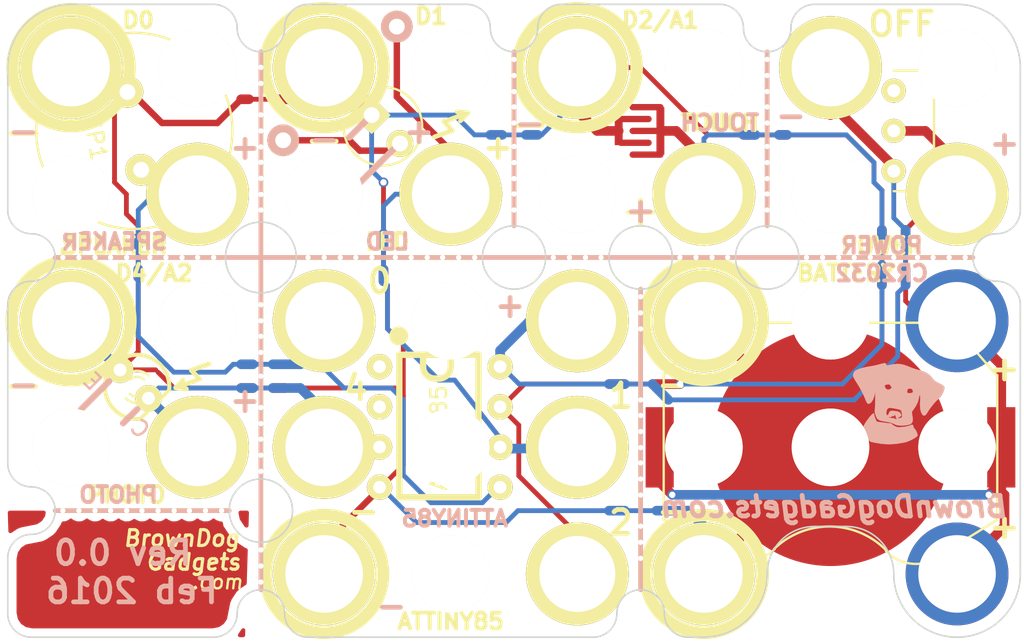
<source format=kicad_pcb>
(kicad_pcb (version 4) (host pcbnew "(2015-08-15 BZR 6092)-product")

  (general
    (links 33)
    (no_connects 0)
    (area 108.949999 19.949999 173.050001 60.050001)
    (thickness 1.6)
    (drawings 177)
    (tracks 246)
    (zones 0)
    (modules 102)
    (nets 10)
  )

  (page USLetter)
  (layers
    (0 F.Cu signal)
    (31 B.Cu signal)
    (34 B.Paste user)
    (35 F.Paste user)
    (36 B.SilkS user)
    (37 F.SilkS user)
    (38 B.Mask user)
    (39 F.Mask user)
    (40 Dwgs.User user)
    (44 Edge.Cuts user)
  )

  (setup
    (last_trace_width 0.3048)
    (user_trace_width 0.3048)
    (user_trace_width 0.4064)
    (user_trace_width 0.6096)
    (trace_clearance 0.1524)
    (zone_clearance 0.508)
    (zone_45_only no)
    (trace_min 0.1524)
    (segment_width 0.3)
    (edge_width 0.1)
    (via_size 0.6858)
    (via_drill 0.3302)
    (via_min_size 0.6858)
    (via_min_drill 0.3302)
    (user_via 1 0.5)
    (uvia_size 0.762)
    (uvia_drill 0.508)
    (uvias_allowed no)
    (uvia_min_size 0.508)
    (uvia_min_drill 0.127)
    (pcb_text_width 0.3)
    (pcb_text_size 1.5 1.5)
    (mod_edge_width 0.15)
    (mod_text_size 1 1)
    (mod_text_width 0.15)
    (pad_size 6.5 6.5)
    (pad_drill 4.9022)
    (pad_to_mask_clearance 0)
    (aux_axis_origin 0 0)
    (visible_elements 7FFFFFFF)
    (pcbplotparams
      (layerselection 0x010f0_80000001)
      (usegerberextensions true)
      (excludeedgelayer true)
      (linewidth 0.100000)
      (plotframeref false)
      (viasonmask false)
      (mode 1)
      (useauxorigin false)
      (hpglpennumber 1)
      (hpglpenspeed 20)
      (hpglpendiameter 15)
      (hpglpenoverlay 2)
      (psnegative false)
      (psa4output false)
      (plotreference true)
      (plotvalue true)
      (plotinvisibletext false)
      (padsonsilk false)
      (subtractmaskfromsilk false)
      (outputformat 1)
      (mirror false)
      (drillshape 0)
      (scaleselection 1)
      (outputdirectory gerbers/))
  )

  (net 0 "")
  (net 1 GND)
  (net 2 +BATT)
  (net 3 "Net-(D1-Pad2)")
  (net 4 "Net-(IC1-Pad6)")
  (net 5 "Net-(IC1-Pad7)")
  (net 6 "Net-(IC1-Pad3)")
  (net 7 "Net-(D2-Pad2)")
  (net 8 "Net-(BT1-Pad1)")
  (net 9 "Net-(IC1-Pad5)")

  (net_class Default "This is the default net class."
    (clearance 0.1524)
    (trace_width 0.1524)
    (via_dia 0.6858)
    (via_drill 0.3302)
    (uvia_dia 0.762)
    (uvia_drill 0.508)
    (add_net +BATT)
    (add_net GND)
    (add_net "Net-(BT1-Pad1)")
    (add_net "Net-(D1-Pad2)")
    (add_net "Net-(D2-Pad2)")
    (add_net "Net-(IC1-Pad3)")
    (add_net "Net-(IC1-Pad5)")
    (add_net "Net-(IC1-Pad6)")
    (add_net "Net-(IC1-Pad7)")
  )

  (module myFootPrints:Lego_Pad_half (layer F.Cu) (tedit 56D3C6EC) (tstamp 56CFB309)
    (at 169 56 180)
    (descr "Through hole pin header")
    (tags "pin header")
    (path /56CFAA4A)
    (fp_text reference PBP1 (at 0 0 180) (layer F.SilkS) hide
      (effects (font (size 1 1) (thickness 0.15)))
    )
    (fp_text value CONN_01X01 (at 0 -1.27 180) (layer F.Fab) hide
      (effects (font (size 0.127 0.127) (thickness 0.03175)))
    )
    (pad 1 thru_hole circle (at 0 0 180) (size 6.5 6.5) (drill 4.9022) (layers *.Cu B.Mask)
      (net 8 "Net-(BT1-Pad1)"))
  )

  (module myFootPrints:Lego_Pad_half (layer F.Cu) (tedit 56D3C6F3) (tstamp 56CFB314)
    (at 169 40 270)
    (descr "Through hole pin header")
    (tags "pin header")
    (path /56CFA993)
    (fp_text reference PBP2 (at 0 0 270) (layer F.SilkS) hide
      (effects (font (size 1 1) (thickness 0.15)))
    )
    (fp_text value CONN_01X01 (at 0 -1.27 270) (layer F.Fab) hide
      (effects (font (size 0.127 0.127) (thickness 0.03175)))
    )
    (pad 1 thru_hole circle (at 0 0 270) (size 6.5 6.5) (drill 4.9022) (layers *.Cu B.Mask)
      (net 8 "Net-(BT1-Pad1)"))
  )

  (module myFootPrints:MOUSEBITEx2 (layer F.Cu) (tedit 56D33FF0) (tstamp 56D3D853)
    (at 141 27.5 90)
    (descr "module 1 pin (ou trou mecanique de percage)")
    (tags DEV)
    (fp_text reference B2 (at 0 0 90) (layer F.SilkS) hide
      (effects (font (size 0.127 0.127) (thickness 0.0254)))
    )
    (fp_text value 1pin (at 0 0 90) (layer F.Fab) hide
      (effects (font (size 0.127 0.127) (thickness 0.0254)))
    )
    (pad "" np_thru_hole circle (at 1.016 0 90) (size 0.3302 0.3302) (drill 0.3302) (layers *.Cu *.Mask F.SilkS))
    (pad "" np_thru_hole circle (at 0 0 90) (size 0.3302 0.3302) (drill 0.3302) (layers *.Cu *.Mask F.SilkS))
  )

  (module myFootPrints:MOUSEBITEx2 (layer F.Cu) (tedit 56D33FF0) (tstamp 56D3D84D)
    (at 141 33 90)
    (descr "module 1 pin (ou trou mecanique de percage)")
    (tags DEV)
    (fp_text reference B2 (at 0 0 90) (layer F.SilkS) hide
      (effects (font (size 0.127 0.127) (thickness 0.0254)))
    )
    (fp_text value 1pin (at 0 0 90) (layer F.Fab) hide
      (effects (font (size 0.127 0.127) (thickness 0.0254)))
    )
    (pad "" np_thru_hole circle (at 1.016 0 90) (size 0.3302 0.3302) (drill 0.3302) (layers *.Cu *.Mask F.SilkS))
    (pad "" np_thru_hole circle (at 0 0 90) (size 0.3302 0.3302) (drill 0.3302) (layers *.Cu *.Mask F.SilkS))
  )

  (module myFootPrints:MOUSEBITEx2 (layer F.Cu) (tedit 56D33FF0) (tstamp 56D3D847)
    (at 157 33 90)
    (descr "module 1 pin (ou trou mecanique de percage)")
    (tags DEV)
    (fp_text reference B2 (at 0 0 90) (layer F.SilkS) hide
      (effects (font (size 0.127 0.127) (thickness 0.0254)))
    )
    (fp_text value 1pin (at 0 0 90) (layer F.Fab) hide
      (effects (font (size 0.127 0.127) (thickness 0.0254)))
    )
    (pad "" np_thru_hole circle (at 1.016 0 90) (size 0.3302 0.3302) (drill 0.3302) (layers *.Cu *.Mask F.SilkS))
    (pad "" np_thru_hole circle (at 0 0 90) (size 0.3302 0.3302) (drill 0.3302) (layers *.Cu *.Mask F.SilkS))
  )

  (module myFootPrints:Lego_Pad (layer F.Cu) (tedit 56CE8945) (tstamp 56CE6ECA)
    (at 145 56)
    (descr "Through hole pin header")
    (tags "pin header")
    (path /56CE806B)
    (fp_text reference P2 (at 0 0) (layer F.SilkS) hide
      (effects (font (size 1 1) (thickness 0.15)))
    )
    (fp_text value CONN_01X01 (at 0 -1.27) (layer F.Fab) hide
      (effects (font (size 0.127 0.127) (thickness 0.03175)))
    )
    (pad 1 thru_hole circle (at 0 0) (size 6.5 6.5) (drill 4.8) (layers *.Cu *.Mask F.SilkS)
      (net 5 "Net-(IC1-Pad7)"))
  )

  (module myFootPrints:ARROW (layer F.Cu) (tedit 56D351DA) (tstamp 56D51500)
    (at 136.8 27.6 20)
    (descr "LED 3mm - Lead pitch 100mil (2,54mm)")
    (tags "LED led 3mm 3MM 100mil 2,54mm")
    (path /56D2A0BE)
    (fp_text reference Q1 (at 2.54 0 110) (layer F.SilkS) hide
      (effects (font (size 0.762 0.762) (thickness 0.0889)))
    )
    (fp_text value OPTO_NPN (at 0.35921 0.35921 200) (layer F.SilkS) hide
      (effects (font (size 0.508 0.508) (thickness 0.127)))
    )
    (fp_line (start 1.25 -0.25) (end -0.15 -0.25) (layer F.SilkS) (width 0.3))
    (fp_line (start -0.15 -0.25) (end 0.15 0.45) (layer F.SilkS) (width 0.3))
    (fp_line (start 0.15 0.45) (end -1.05 0.45) (layer F.SilkS) (width 0.3))
    (fp_line (start 1.45 -0.25) (end 0.85 -0.55) (layer F.SilkS) (width 0.3))
    (fp_line (start 0.85 0.05) (end 1.45 -0.25) (layer F.SilkS) (width 0.3))
  )

  (module myFootPrints:PHOTO_TRANS (layer F.Cu) (tedit 56D351DA) (tstamp 56D27A40)
    (at 117 44 315)
    (descr "LED 3mm - Lead pitch 100mil (2,54mm)")
    (tags "LED led 3mm 3MM 100mil 2,54mm")
    (path /56D2A0BE)
    (fp_text reference Q1 (at 2.54 0 405) (layer F.SilkS) hide
      (effects (font (size 0.762 0.762) (thickness 0.0889)))
    )
    (fp_text value OPTO_NPN (at 0.35921 0.35921 495) (layer F.SilkS) hide
      (effects (font (size 0.508 0.508) (thickness 0.127)))
    )
    (fp_line (start -1.25 1) (end -1.25 3.5) (layer B.SilkS) (width 0.4))
    (fp_line (start 1.25 1) (end 1.25 2.25) (layer B.SilkS) (width 0.4))
    (fp_text user E (at -2 1.75 315) (layer B.SilkS)
      (effects (font (size 1 1) (thickness 0.15)) (justify mirror))
    )
    (fp_text user C (at 2.25 1.75 315) (layer B.SilkS)
      (effects (font (size 1 1) (thickness 0.15)) (justify mirror))
    )
    (fp_line (start 1.8288 1.27) (end 1.8288 -1.27) (layer F.SilkS) (width 0.254))
    (fp_arc (start 0.254 0) (end -0.381 0) (angle 90) (layer F.SilkS) (width 0.1524))
    (fp_arc (start 0.254 0) (end -0.762 0) (angle 90) (layer F.SilkS) (width 0.1524))
    (fp_arc (start 0.254 0) (end 0.889 0) (angle 90) (layer F.SilkS) (width 0.1524))
    (fp_arc (start 0.254 0) (end 1.27 0) (angle 90) (layer F.SilkS) (width 0.1524))
    (fp_arc (start 0.254 0) (end 0.254 -2.032) (angle 50.1) (layer F.SilkS) (width 0.254))
    (fp_arc (start 0.254 0) (end -1.5367 -0.95504) (angle 61.9) (layer F.SilkS) (width 0.254))
    (fp_arc (start 0.254 0) (end 1.8034 1.31064) (angle 49.7) (layer F.SilkS) (width 0.254))
    (fp_arc (start 0.254 0) (end 0.254 2.032) (angle 60.2) (layer F.SilkS) (width 0.254))
    (fp_arc (start 0.254 0) (end -1.778 0) (angle 28.3) (layer F.SilkS) (width 0.254))
    (fp_arc (start 0.254 0) (end -1.47574 1.06426) (angle 31.6) (layer F.SilkS) (width 0.254))
    (pad 1 thru_hole circle (at -1.27 0 315) (size 1.6764 1.6764) (drill 0.8128) (layers *.Cu *.Mask F.SilkS)
      (net 1 GND))
    (pad 3 thru_hole circle (at 1.27 0) (size 1.6764 1.6764) (drill 0.8128) (layers *.Cu *.Mask F.SilkS)
      (net 6 "Net-(IC1-Pad3)"))
    (model LEDs.3dshapes/LED-3MM.wrl
      (at (xyz 0 0 0))
      (scale (xyz 1 1 1))
      (rotate (xyz 0 0 -90))
    )
  )

  (module myFootPrints:MOUSEBITEx3 (layer F.Cu) (tedit 56D33F8B) (tstamp 56D4D5DD)
    (at 125 55.5 90)
    (descr "module 1 pin (ou trou mecanique de percage)")
    (tags DEV)
    (fp_text reference B3 (at 0 0 90) (layer F.SilkS) hide
      (effects (font (size 0.127 0.127) (thickness 0.0254)))
    )
    (fp_text value 1pin (at 0 0 90) (layer F.Fab) hide
      (effects (font (size 0.127 0.127) (thickness 0.0254)))
    )
    (pad "" np_thru_hole circle (at -1.016 0 90) (size 0.3302 0.3302) (drill 0.3302) (layers *.Cu *.Mask F.SilkS))
    (pad "" np_thru_hole circle (at 1.016 0 90) (size 0.3302 0.3302) (drill 0.3302) (layers *.Cu *.Mask F.SilkS))
    (pad "" np_thru_hole circle (at 0 0 90) (size 0.3302 0.3302) (drill 0.3302) (layers *.Cu *.Mask F.SilkS))
  )

  (module myFootPrints:MOUSEBITEx3 (layer F.Cu) (tedit 56D33F8B) (tstamp 56D4D560)
    (at 119 36 180)
    (descr "module 1 pin (ou trou mecanique de percage)")
    (tags DEV)
    (fp_text reference B3 (at 0 0 180) (layer F.SilkS) hide
      (effects (font (size 0.127 0.127) (thickness 0.0254)))
    )
    (fp_text value 1pin (at 0 0 180) (layer F.Fab) hide
      (effects (font (size 0.127 0.127) (thickness 0.0254)))
    )
    (pad "" np_thru_hole circle (at -1.016 0 180) (size 0.3302 0.3302) (drill 0.3302) (layers *.Cu *.Mask F.SilkS))
    (pad "" np_thru_hole circle (at 1.016 0 180) (size 0.3302 0.3302) (drill 0.3302) (layers *.Cu *.Mask F.SilkS))
    (pad "" np_thru_hole circle (at 0 0 180) (size 0.3302 0.3302) (drill 0.3302) (layers *.Cu *.Mask F.SilkS))
  )

  (module myFootPrints:MOUSEBITEx3 (layer F.Cu) (tedit 56D33F8B) (tstamp 56D4D551)
    (at 113.5 36 180)
    (descr "module 1 pin (ou trou mecanique de percage)")
    (tags DEV)
    (fp_text reference B3 (at 0 0 180) (layer F.SilkS) hide
      (effects (font (size 0.127 0.127) (thickness 0.0254)))
    )
    (fp_text value 1pin (at 0 0 180) (layer F.Fab) hide
      (effects (font (size 0.127 0.127) (thickness 0.0254)))
    )
    (pad "" np_thru_hole circle (at -1.016 0 180) (size 0.3302 0.3302) (drill 0.3302) (layers *.Cu *.Mask F.SilkS))
    (pad "" np_thru_hole circle (at 1.016 0 180) (size 0.3302 0.3302) (drill 0.3302) (layers *.Cu *.Mask F.SilkS))
    (pad "" np_thru_hole circle (at 0 0 180) (size 0.3302 0.3302) (drill 0.3302) (layers *.Cu *.Mask F.SilkS))
  )

  (module myFootPrints:MOUSEBITEx3 (layer F.Cu) (tedit 56D33F8B) (tstamp 56D4D52F)
    (at 144.5 36 180)
    (descr "module 1 pin (ou trou mecanique de percage)")
    (tags DEV)
    (fp_text reference B3 (at 0 0 180) (layer F.SilkS) hide
      (effects (font (size 0.127 0.127) (thickness 0.0254)))
    )
    (fp_text value 1pin (at 0 0 180) (layer F.Fab) hide
      (effects (font (size 0.127 0.127) (thickness 0.0254)))
    )
    (pad "" np_thru_hole circle (at -1.016 0 180) (size 0.3302 0.3302) (drill 0.3302) (layers *.Cu *.Mask F.SilkS))
    (pad "" np_thru_hole circle (at 1.016 0 180) (size 0.3302 0.3302) (drill 0.3302) (layers *.Cu *.Mask F.SilkS))
    (pad "" np_thru_hole circle (at 0 0 180) (size 0.3302 0.3302) (drill 0.3302) (layers *.Cu *.Mask F.SilkS))
  )

  (module myFootPrints:MOUSEBITEx3 (layer F.Cu) (tedit 56D33F8B) (tstamp 56D4D513)
    (at 113.5 52 180)
    (descr "module 1 pin (ou trou mecanique de percage)")
    (tags DEV)
    (fp_text reference B3 (at 0 0 180) (layer F.SilkS) hide
      (effects (font (size 0.127 0.127) (thickness 0.0254)))
    )
    (fp_text value 1pin (at 0 0 180) (layer F.Fab) hide
      (effects (font (size 0.127 0.127) (thickness 0.0254)))
    )
    (pad "" np_thru_hole circle (at -1.016 0 180) (size 0.3302 0.3302) (drill 0.3302) (layers *.Cu *.Mask F.SilkS))
    (pad "" np_thru_hole circle (at 1.016 0 180) (size 0.3302 0.3302) (drill 0.3302) (layers *.Cu *.Mask F.SilkS))
    (pad "" np_thru_hole circle (at 0 0 180) (size 0.3302 0.3302) (drill 0.3302) (layers *.Cu *.Mask F.SilkS))
  )

  (module myFootPrints:MOUSEBITEx3 (layer F.Cu) (tedit 56D33F8B) (tstamp 56D4D50A)
    (at 121.5 52 180)
    (descr "module 1 pin (ou trou mecanique de percage)")
    (tags DEV)
    (fp_text reference B3 (at 0 0 180) (layer F.SilkS) hide
      (effects (font (size 0.127 0.127) (thickness 0.0254)))
    )
    (fp_text value 1pin (at 0 0 180) (layer F.Fab) hide
      (effects (font (size 0.127 0.127) (thickness 0.0254)))
    )
    (pad "" np_thru_hole circle (at -1.016 0 180) (size 0.3302 0.3302) (drill 0.3302) (layers *.Cu *.Mask F.SilkS))
    (pad "" np_thru_hole circle (at 1.016 0 180) (size 0.3302 0.3302) (drill 0.3302) (layers *.Cu *.Mask F.SilkS))
    (pad "" np_thru_hole circle (at 0 0 180) (size 0.3302 0.3302) (drill 0.3302) (layers *.Cu *.Mask F.SilkS))
  )

  (module myFootPrints:MOUSEBITEx3 (layer F.Cu) (tedit 56D33F8B) (tstamp 56D4D502)
    (at 118.5 52 180)
    (descr "module 1 pin (ou trou mecanique de percage)")
    (tags DEV)
    (fp_text reference B3 (at 0 0 180) (layer F.SilkS) hide
      (effects (font (size 0.127 0.127) (thickness 0.0254)))
    )
    (fp_text value 1pin (at 0 0 180) (layer F.Fab) hide
      (effects (font (size 0.127 0.127) (thickness 0.0254)))
    )
    (pad "" np_thru_hole circle (at -1.016 0 180) (size 0.3302 0.3302) (drill 0.3302) (layers *.Cu *.Mask F.SilkS))
    (pad "" np_thru_hole circle (at 1.016 0 180) (size 0.3302 0.3302) (drill 0.3302) (layers *.Cu *.Mask F.SilkS))
    (pad "" np_thru_hole circle (at 0 0 180) (size 0.3302 0.3302) (drill 0.3302) (layers *.Cu *.Mask F.SilkS))
  )

  (module myFootPrints:MOUSEBITEx3 (layer F.Cu) (tedit 56D33F8B) (tstamp 56D4D4CE)
    (at 125 48.5 90)
    (descr "module 1 pin (ou trou mecanique de percage)")
    (tags DEV)
    (fp_text reference B3 (at 0 0 90) (layer F.SilkS) hide
      (effects (font (size 0.127 0.127) (thickness 0.0254)))
    )
    (fp_text value 1pin (at 0 0 90) (layer F.Fab) hide
      (effects (font (size 0.127 0.127) (thickness 0.0254)))
    )
    (pad "" np_thru_hole circle (at -1.016 0 90) (size 0.3302 0.3302) (drill 0.3302) (layers *.Cu *.Mask F.SilkS))
    (pad "" np_thru_hole circle (at 1.016 0 90) (size 0.3302 0.3302) (drill 0.3302) (layers *.Cu *.Mask F.SilkS))
    (pad "" np_thru_hole circle (at 0 0 90) (size 0.3302 0.3302) (drill 0.3302) (layers *.Cu *.Mask F.SilkS))
  )

  (module myFootPrints:MOUSEBITEx3 (layer F.Cu) (tedit 56D33F8B) (tstamp 56D4D4B6)
    (at 149 47 90)
    (descr "module 1 pin (ou trou mecanique de percage)")
    (tags DEV)
    (fp_text reference B3 (at 0 0 90) (layer F.SilkS) hide
      (effects (font (size 0.127 0.127) (thickness 0.0254)))
    )
    (fp_text value 1pin (at 0 0 90) (layer F.Fab) hide
      (effects (font (size 0.127 0.127) (thickness 0.0254)))
    )
    (pad "" np_thru_hole circle (at -1.016 0 90) (size 0.3302 0.3302) (drill 0.3302) (layers *.Cu *.Mask F.SilkS))
    (pad "" np_thru_hole circle (at 1.016 0 90) (size 0.3302 0.3302) (drill 0.3302) (layers *.Cu *.Mask F.SilkS))
    (pad "" np_thru_hole circle (at 0 0 90) (size 0.3302 0.3302) (drill 0.3302) (layers *.Cu *.Mask F.SilkS))
  )

  (module myFootPrints:MOUSEBITEx3 (layer F.Cu) (tedit 56D33F8B) (tstamp 56D4D4AF)
    (at 149 50 90)
    (descr "module 1 pin (ou trou mecanique de percage)")
    (tags DEV)
    (fp_text reference B3 (at 0 0 90) (layer F.SilkS) hide
      (effects (font (size 0.127 0.127) (thickness 0.0254)))
    )
    (fp_text value 1pin (at 0 0 90) (layer F.Fab) hide
      (effects (font (size 0.127 0.127) (thickness 0.0254)))
    )
    (pad "" np_thru_hole circle (at -1.016 0 90) (size 0.3302 0.3302) (drill 0.3302) (layers *.Cu *.Mask F.SilkS))
    (pad "" np_thru_hole circle (at 1.016 0 90) (size 0.3302 0.3302) (drill 0.3302) (layers *.Cu *.Mask F.SilkS))
    (pad "" np_thru_hole circle (at 0 0 90) (size 0.3302 0.3302) (drill 0.3302) (layers *.Cu *.Mask F.SilkS))
  )

  (module myFootPrints:MOUSEBITEx3 (layer F.Cu) (tedit 56D33F8B) (tstamp 56D4D4A8)
    (at 149 54 90)
    (descr "module 1 pin (ou trou mecanique de percage)")
    (tags DEV)
    (fp_text reference B3 (at 0 0 90) (layer F.SilkS) hide
      (effects (font (size 0.127 0.127) (thickness 0.0254)))
    )
    (fp_text value 1pin (at 0 0 90) (layer F.Fab) hide
      (effects (font (size 0.127 0.127) (thickness 0.0254)))
    )
    (pad "" np_thru_hole circle (at -1.016 0 90) (size 0.3302 0.3302) (drill 0.3302) (layers *.Cu *.Mask F.SilkS))
    (pad "" np_thru_hole circle (at 1.016 0 90) (size 0.3302 0.3302) (drill 0.3302) (layers *.Cu *.Mask F.SilkS))
    (pad "" np_thru_hole circle (at 0 0 90) (size 0.3302 0.3302) (drill 0.3302) (layers *.Cu *.Mask F.SilkS))
  )

  (module myFootPrints:MOUSEBITEx3 (layer F.Cu) (tedit 56D33F8B) (tstamp 56D4D4A1)
    (at 149 39.5 90)
    (descr "module 1 pin (ou trou mecanique de percage)")
    (tags DEV)
    (fp_text reference B3 (at 0 0 90) (layer F.SilkS) hide
      (effects (font (size 0.127 0.127) (thickness 0.0254)))
    )
    (fp_text value 1pin (at 0 0 90) (layer F.Fab) hide
      (effects (font (size 0.127 0.127) (thickness 0.0254)))
    )
    (pad "" np_thru_hole circle (at -1.016 0 90) (size 0.3302 0.3302) (drill 0.3302) (layers *.Cu *.Mask F.SilkS))
    (pad "" np_thru_hole circle (at 1.016 0 90) (size 0.3302 0.3302) (drill 0.3302) (layers *.Cu *.Mask F.SilkS))
    (pad "" np_thru_hole circle (at 0 0 90) (size 0.3302 0.3302) (drill 0.3302) (layers *.Cu *.Mask F.SilkS))
  )

  (module myFootPrints:MOUSEBITEx3 (layer F.Cu) (tedit 56D33F8B) (tstamp 56D4D481)
    (at 137.5 36)
    (descr "module 1 pin (ou trou mecanique de percage)")
    (tags DEV)
    (fp_text reference B3 (at 0 0) (layer F.SilkS) hide
      (effects (font (size 0.127 0.127) (thickness 0.0254)))
    )
    (fp_text value 1pin (at 0 0) (layer F.Fab) hide
      (effects (font (size 0.127 0.127) (thickness 0.0254)))
    )
    (pad "" np_thru_hole circle (at -1.016 0) (size 0.3302 0.3302) (drill 0.3302) (layers *.Cu *.Mask F.SilkS))
    (pad "" np_thru_hole circle (at 1.016 0) (size 0.3302 0.3302) (drill 0.3302) (layers *.Cu *.Mask F.SilkS))
    (pad "" np_thru_hole circle (at 0 0) (size 0.3302 0.3302) (drill 0.3302) (layers *.Cu *.Mask F.SilkS))
  )

  (module myFootPrints:MOUSEBITEx3 (layer F.Cu) (tedit 56D33F8B) (tstamp 56D4D47A)
    (at 129 36)
    (descr "module 1 pin (ou trou mecanique de percage)")
    (tags DEV)
    (fp_text reference B3 (at 0 0) (layer F.SilkS) hide
      (effects (font (size 0.127 0.127) (thickness 0.0254)))
    )
    (fp_text value 1pin (at 0 0) (layer F.Fab) hide
      (effects (font (size 0.127 0.127) (thickness 0.0254)))
    )
    (pad "" np_thru_hole circle (at -1.016 0) (size 0.3302 0.3302) (drill 0.3302) (layers *.Cu *.Mask F.SilkS))
    (pad "" np_thru_hole circle (at 1.016 0) (size 0.3302 0.3302) (drill 0.3302) (layers *.Cu *.Mask F.SilkS))
    (pad "" np_thru_hole circle (at 0 0) (size 0.3302 0.3302) (drill 0.3302) (layers *.Cu *.Mask F.SilkS))
  )

  (module myFootPrints:MOUSEBITEx3 (layer F.Cu) (tedit 56D33F8B) (tstamp 56D4D44E)
    (at 125 28 90)
    (descr "module 1 pin (ou trou mecanique de percage)")
    (tags DEV)
    (fp_text reference B3 (at 0 0 90) (layer F.SilkS) hide
      (effects (font (size 0.127 0.127) (thickness 0.0254)))
    )
    (fp_text value 1pin (at 0 0 90) (layer F.Fab) hide
      (effects (font (size 0.127 0.127) (thickness 0.0254)))
    )
    (pad "" np_thru_hole circle (at -1.016 0 90) (size 0.3302 0.3302) (drill 0.3302) (layers *.Cu *.Mask F.SilkS))
    (pad "" np_thru_hole circle (at 1.016 0 90) (size 0.3302 0.3302) (drill 0.3302) (layers *.Cu *.Mask F.SilkS))
    (pad "" np_thru_hole circle (at 0 0 90) (size 0.3302 0.3302) (drill 0.3302) (layers *.Cu *.Mask F.SilkS))
  )

  (module myFootPrints:MOUSEBITEx3 (layer F.Cu) (tedit 56D33F8B) (tstamp 56D4D447)
    (at 125 31 90)
    (descr "module 1 pin (ou trou mecanique de percage)")
    (tags DEV)
    (fp_text reference B3 (at 0 0 90) (layer F.SilkS) hide
      (effects (font (size 0.127 0.127) (thickness 0.0254)))
    )
    (fp_text value 1pin (at 0 0 90) (layer F.Fab) hide
      (effects (font (size 0.127 0.127) (thickness 0.0254)))
    )
    (pad "" np_thru_hole circle (at -1.016 0 90) (size 0.3302 0.3302) (drill 0.3302) (layers *.Cu *.Mask F.SilkS))
    (pad "" np_thru_hole circle (at 1.016 0 90) (size 0.3302 0.3302) (drill 0.3302) (layers *.Cu *.Mask F.SilkS))
    (pad "" np_thru_hole circle (at 0 0 90) (size 0.3302 0.3302) (drill 0.3302) (layers *.Cu *.Mask F.SilkS))
  )

  (module myFootPrints:MOUSEBITEx3 (layer F.Cu) (tedit 56D33F8B) (tstamp 56D4D42E)
    (at 141 24.5 90)
    (descr "module 1 pin (ou trou mecanique de percage)")
    (tags DEV)
    (fp_text reference B3 (at 0 0 90) (layer F.SilkS) hide
      (effects (font (size 0.127 0.127) (thickness 0.0254)))
    )
    (fp_text value 1pin (at 0 0 90) (layer F.Fab) hide
      (effects (font (size 0.127 0.127) (thickness 0.0254)))
    )
    (pad "" np_thru_hole circle (at -1.016 0 90) (size 0.3302 0.3302) (drill 0.3302) (layers *.Cu *.Mask F.SilkS))
    (pad "" np_thru_hole circle (at 1.016 0 90) (size 0.3302 0.3302) (drill 0.3302) (layers *.Cu *.Mask F.SilkS))
    (pad "" np_thru_hole circle (at 0 0 90) (size 0.3302 0.3302) (drill 0.3302) (layers *.Cu *.Mask F.SilkS))
  )

  (module myFootPrints:MOUSEBITEx3 (layer F.Cu) (tedit 56D33F8B) (tstamp 56D4D426)
    (at 141 30 90)
    (descr "module 1 pin (ou trou mecanique de percage)")
    (tags DEV)
    (fp_text reference B3 (at 0 0 90) (layer F.SilkS) hide
      (effects (font (size 0.127 0.127) (thickness 0.0254)))
    )
    (fp_text value 1pin (at 0 0 90) (layer F.Fab) hide
      (effects (font (size 0.127 0.127) (thickness 0.0254)))
    )
    (pad "" np_thru_hole circle (at -1.016 0 90) (size 0.3302 0.3302) (drill 0.3302) (layers *.Cu *.Mask F.SilkS))
    (pad "" np_thru_hole circle (at 1.016 0 90) (size 0.3302 0.3302) (drill 0.3302) (layers *.Cu *.Mask F.SilkS))
    (pad "" np_thru_hole circle (at 0 0 90) (size 0.3302 0.3302) (drill 0.3302) (layers *.Cu *.Mask F.SilkS))
  )

  (module myFootPrints:MOUSEBITEx3 (layer F.Cu) (tedit 56D33F8B) (tstamp 56D4D40B)
    (at 157 24.5 90)
    (descr "module 1 pin (ou trou mecanique de percage)")
    (tags DEV)
    (fp_text reference B3 (at 0 0 90) (layer F.SilkS) hide
      (effects (font (size 0.127 0.127) (thickness 0.0254)))
    )
    (fp_text value 1pin (at 0 0 90) (layer F.Fab) hide
      (effects (font (size 0.127 0.127) (thickness 0.0254)))
    )
    (pad "" np_thru_hole circle (at -1.016 0 90) (size 0.3302 0.3302) (drill 0.3302) (layers *.Cu *.Mask F.SilkS))
    (pad "" np_thru_hole circle (at 1.016 0 90) (size 0.3302 0.3302) (drill 0.3302) (layers *.Cu *.Mask F.SilkS))
    (pad "" np_thru_hole circle (at 0 0 90) (size 0.3302 0.3302) (drill 0.3302) (layers *.Cu *.Mask F.SilkS))
  )

  (module myFootPrints:MOUSEBITEx3 (layer F.Cu) (tedit 56D33F8B) (tstamp 56D4D3FB)
    (at 157 30 90)
    (descr "module 1 pin (ou trou mecanique de percage)")
    (tags DEV)
    (fp_text reference B3 (at 0 0 90) (layer F.SilkS) hide
      (effects (font (size 0.127 0.127) (thickness 0.0254)))
    )
    (fp_text value 1pin (at 0 0 90) (layer F.Fab) hide
      (effects (font (size 0.127 0.127) (thickness 0.0254)))
    )
    (pad "" np_thru_hole circle (at -1.016 0 90) (size 0.3302 0.3302) (drill 0.3302) (layers *.Cu *.Mask F.SilkS))
    (pad "" np_thru_hole circle (at 1.016 0 90) (size 0.3302 0.3302) (drill 0.3302) (layers *.Cu *.Mask F.SilkS))
    (pad "" np_thru_hole circle (at 0 0 90) (size 0.3302 0.3302) (drill 0.3302) (layers *.Cu *.Mask F.SilkS))
  )

  (module myFootPrints:MOUSEBITEx3 (layer F.Cu) (tedit 56D33F8B) (tstamp 56D4D3C7)
    (at 152.5 36)
    (descr "module 1 pin (ou trou mecanique de percage)")
    (tags DEV)
    (fp_text reference B3 (at 0 0) (layer F.SilkS) hide
      (effects (font (size 0.127 0.127) (thickness 0.0254)))
    )
    (fp_text value 1pin (at 0 0) (layer F.Fab) hide
      (effects (font (size 0.127 0.127) (thickness 0.0254)))
    )
    (pad "" np_thru_hole circle (at -1.016 0) (size 0.3302 0.3302) (drill 0.3302) (layers *.Cu *.Mask F.SilkS))
    (pad "" np_thru_hole circle (at 1.016 0) (size 0.3302 0.3302) (drill 0.3302) (layers *.Cu *.Mask F.SilkS))
    (pad "" np_thru_hole circle (at 0 0) (size 0.3302 0.3302) (drill 0.3302) (layers *.Cu *.Mask F.SilkS))
  )

  (module myFootPrints:MOUSEBITEx2 (layer F.Cu) (tedit 56D33FF0) (tstamp 56D4D39F)
    (at 131 36)
    (descr "module 1 pin (ou trou mecanique de percage)")
    (tags DEV)
    (fp_text reference B2 (at 0 0) (layer F.SilkS) hide
      (effects (font (size 0.127 0.127) (thickness 0.0254)))
    )
    (fp_text value 1pin (at 0 0) (layer F.Fab) hide
      (effects (font (size 0.127 0.127) (thickness 0.0254)))
    )
    (pad "" np_thru_hole circle (at 1.016 0) (size 0.3302 0.3302) (drill 0.3302) (layers *.Cu *.Mask F.SilkS))
    (pad "" np_thru_hole circle (at 0 0) (size 0.3302 0.3302) (drill 0.3302) (layers *.Cu *.Mask F.SilkS))
  )

  (module myFootPrints:MOUSEBITEx3 (layer F.Cu) (tedit 56D33F8B) (tstamp 56D4D38C)
    (at 168.5 36)
    (descr "module 1 pin (ou trou mecanique de percage)")
    (tags DEV)
    (fp_text reference B3 (at 0 0) (layer F.SilkS) hide
      (effects (font (size 0.127 0.127) (thickness 0.0254)))
    )
    (fp_text value 1pin (at 0 0) (layer F.Fab) hide
      (effects (font (size 0.127 0.127) (thickness 0.0254)))
    )
    (pad "" np_thru_hole circle (at -1.016 0) (size 0.3302 0.3302) (drill 0.3302) (layers *.Cu *.Mask F.SilkS))
    (pad "" np_thru_hole circle (at 1.016 0) (size 0.3302 0.3302) (drill 0.3302) (layers *.Cu *.Mask F.SilkS))
    (pad "" np_thru_hole circle (at 0 0) (size 0.3302 0.3302) (drill 0.3302) (layers *.Cu *.Mask F.SilkS))
  )

  (module LEDs:LED-5MM (layer F.Cu) (tedit 56D33AB9) (tstamp 56CFE506)
    (at 132 27 315)
    (descr "LED 5mm round vertical")
    (tags "LED 5mm round vertical")
    (path /56CFC6B5)
    (fp_text reference D2 (at 1.524 4.064 315) (layer F.SilkS) hide
      (effects (font (size 1 1) (thickness 0.15)))
    )
    (fp_text value LED (at 1.524 -3.937 315) (layer F.Fab)
      (effects (font (size 1 1) (thickness 0.15)))
    )
    (fp_line (start 0 0.25) (end 0 2) (layer B.SilkS) (width 0.4))
    (fp_line (start 2.5 0.5) (end 2.5 3.5) (layer B.SilkS) (width 0.4))
    (fp_line (start -1.5 -1.55) (end -1.5 1.55) (layer F.CrtYd) (width 0.05))
    (fp_arc (start 1.3 0) (end -1.5 1.55) (angle -302) (layer F.CrtYd) (width 0.05))
    (fp_arc (start 1 0) (end -0.98 -1.5) (angle 284) (layer F.SilkS) (width 0.15))
    (fp_line (start -0.98 1.5) (end -0.98 -1.5) (layer F.SilkS) (width 0.15))
    (fp_text user K (at -1.905 1.905 315) (layer F.SilkS) hide
      (effects (font (size 1 1) (thickness 0.15)))
    )
    (pad 1 thru_hole rect (at 0 0 45) (size 1.7 1.7) (drill 1.00076) (layers *.Cu *.Mask F.SilkS)
      (net 1 GND))
    (pad 2 thru_hole circle (at 2.54 0 315) (size 1.7 1.7) (drill 1.00076) (layers *.Cu *.Mask F.SilkS)
      (net 7 "Net-(D2-Pad2)"))
    (model LEDs.3dshapes/LED-5MM.wrl
      (at (xyz 0.05 0 0))
      (scale (xyz 1 1 1))
      (rotate (xyz 0 0 90))
    )
  )

  (module Housings_DIP:DIP-8_W7.62mm (layer F.Cu) (tedit 56D339A5) (tstamp 56CFA5AE)
    (at 132.5 42.9)
    (descr "8-lead dip package, row spacing 7.62 mm (300 mils)")
    (tags "dil dip 2.54 300")
    (path /553EFD0A)
    (fp_text reference IC1 (at 5.25 6.5 90) (layer F.SilkS) hide
      (effects (font (size 1 1) (thickness 0.15)))
    )
    (fp_text value ATTINY85 (at 3.75 4.5 90) (layer F.SilkS)
      (effects (font (size 1 1) (thickness 0.15)))
    )
    (fp_line (start 3.5 0.75) (end 3.75 0.75) (layer F.SilkS) (width 0.4))
    (fp_line (start 2.75 0) (end 2.75 -0.75) (layer F.SilkS) (width 0.4))
    (fp_line (start 4.5 0) (end 4.5 -0.75) (layer F.SilkS) (width 0.4))
    (fp_arc (start 3.75 0) (end 4.5 0) (angle 90) (layer F.SilkS) (width 0.4))
    (fp_arc (start 3.5 0) (end 3.5 0.75) (angle 90) (layer F.SilkS) (width 0.4))
    (fp_line (start 1.25 -0.75) (end 1.25 8.25) (layer F.SilkS) (width 0.4))
    (fp_line (start 1.25 8.25) (end 6.25 8.25) (layer F.SilkS) (width 0.4))
    (fp_line (start 6.25 8.25) (end 6.25 -0.75) (layer F.SilkS) (width 0.4))
    (fp_line (start 6.25 -0.75) (end 1.25 -0.75) (layer F.SilkS) (width 0.4))
    (fp_line (start -1.05 -2.45) (end -1.05 10.1) (layer F.CrtYd) (width 0.05))
    (fp_line (start 8.65 -2.45) (end 8.65 10.1) (layer F.CrtYd) (width 0.05))
    (fp_line (start -1.05 -2.45) (end 8.65 -2.45) (layer F.CrtYd) (width 0.05))
    (fp_line (start -1.05 10.1) (end 8.65 10.1) (layer F.CrtYd) (width 0.05))
    (pad 1 thru_hole oval (at 0 0) (size 1.6 1.6) (drill 0.8) (layers *.Cu *.Mask F.SilkS))
    (pad 2 thru_hole oval (at 0 2.54) (size 1.6 1.6) (drill 0.8) (layers *.Cu *.Mask F.SilkS)
      (net 3 "Net-(D1-Pad2)"))
    (pad 3 thru_hole oval (at 0 5.08) (size 1.6 1.6) (drill 0.8) (layers *.Cu *.Mask F.SilkS)
      (net 6 "Net-(IC1-Pad3)"))
    (pad 4 thru_hole oval (at 0 7.62) (size 1.6 1.6) (drill 0.8) (layers *.Cu *.Mask F.SilkS)
      (net 1 GND))
    (pad 5 thru_hole oval (at 7.62 7.62) (size 1.6 1.6) (drill 0.8) (layers *.Cu *.Mask F.SilkS)
      (net 9 "Net-(IC1-Pad5)"))
    (pad 6 thru_hole oval (at 7.62 5.08) (size 1.6 1.6) (drill 0.8) (layers *.Cu *.Mask F.SilkS)
      (net 4 "Net-(IC1-Pad6)"))
    (pad 7 thru_hole oval (at 7.62 2.54) (size 1.6 1.6) (drill 0.8) (layers *.Cu *.Mask F.SilkS)
      (net 5 "Net-(IC1-Pad7)"))
    (pad 8 thru_hole oval (at 7.62 0) (size 1.6 1.6) (drill 0.8) (layers *.Cu *.Mask F.SilkS)
      (net 2 +BATT))
    (model Housings_DIP.3dshapes/DIP-8_W7.62mm.wrl
      (at (xyz 0 0 0))
      (scale (xyz 1 1 1))
      (rotate (xyz 0 0 0))
    )
  )

  (module Resistors_ThroughHole:Resistor_Horizontal_RM10mm (layer F.Cu) (tedit 56D2FDAF) (tstamp 56CFE8E8)
    (at 130 25 45)
    (descr "Resistor, Axial,  RM 10mm, 1/3W,")
    (tags "Resistor, Axial, RM 10mm, 1/3W,")
    (path /56CFC741)
    (fp_text reference R2 (at 0 0 45) (layer F.SilkS) hide
      (effects (font (size 1 1) (thickness 0.15)))
    )
    (fp_text value R (at -0.5 0 45) (layer F.Fab)
      (effects (font (size 1 1) (thickness 0.15)))
    )
    (fp_line (start -2.54 -1.27) (end 2.54 -1.27) (layer Dwgs.User) (width 0.15))
    (fp_line (start 2.54 -1.27) (end 2.54 1.27) (layer Dwgs.User) (width 0.15))
    (fp_line (start 2.54 1.27) (end -2.54 1.27) (layer Dwgs.User) (width 0.15))
    (fp_line (start -2.54 1.27) (end -2.54 -1.27) (layer Dwgs.User) (width 0.15))
    (fp_line (start -2.54 0) (end -3.81 0) (layer Dwgs.User) (width 0.15))
    (fp_line (start 2.54 0) (end 3.81 0) (layer Dwgs.User) (width 0.15))
    (pad 1 thru_hole circle (at -5.08 0 45) (size 1.99898 1.99898) (drill 1.00076) (layers *.Cu *.SilkS *.Mask)
      (net 7 "Net-(D2-Pad2)"))
    (pad 2 thru_hole circle (at 5.08 0 45) (size 1.99898 1.99898) (drill 1.00076) (layers *.Cu *.SilkS *.Mask)
      (net 4 "Net-(IC1-Pad6)"))
    (model Resistors_ThroughHole.3dshapes/Resistor_Horizontal_RM10mm.wrl
      (at (xyz 0 0 0))
      (scale (xyz 0.4 0.4 0.4))
      (rotate (xyz 0 0 0))
    )
  )

  (module myFootPrints:Lego_Pad_half (layer F.Cu) (tedit 56D3C65E) (tstamp 56CFCE63)
    (at 129 48 45)
    (descr "Through hole pin header")
    (tags "pin header")
    (path /56CE80D4)
    (fp_text reference P4 (at 0 0 45) (layer F.SilkS) hide
      (effects (font (size 1 1) (thickness 0.15)))
    )
    (fp_text value CONN_01X01 (at 0 -1.27 45) (layer F.Fab) hide
      (effects (font (size 0.127 0.127) (thickness 0.03175)))
    )
    (pad 1 thru_hole circle (at 0 0 45) (size 6.5 6.5) (drill 4.9022) (layers *.Cu *.Mask F.SilkS)
      (net 6 "Net-(IC1-Pad3)"))
  )

  (module myFootPrints:Lego_Pad_half (layer F.Cu) (tedit 56D3C66A) (tstamp 56CFCE5E)
    (at 145 48 225)
    (descr "Through hole pin header")
    (tags "pin header")
    (path /56CE800C)
    (fp_text reference P1 (at 0 0 225) (layer F.SilkS) hide
      (effects (font (size 1 1) (thickness 0.15)))
    )
    (fp_text value CONN_01X01 (at 0 -1.27 225) (layer F.Fab) hide
      (effects (font (size 0.127 0.127) (thickness 0.03175)))
    )
    (pad 1 thru_hole circle (at 0 0 225) (size 6.5 6.5) (drill 4.9022) (layers *.Cu *.Mask F.SilkS)
      (net 4 "Net-(IC1-Pad6)"))
  )

  (module myFootPrints:Lego_Drill (layer F.Cu) (tedit 56D30048) (tstamp 56D27E2F)
    (at 169 24)
    (descr "Through hole pin header")
    (tags "pin header")
    (path /56CE9A9C)
    (fp_text reference P7 (at 0 0) (layer F.SilkS) hide
      (effects (font (size 1 1) (thickness 0.15)))
    )
    (fp_text value CONN_01X01 (at 0 -1.27) (layer F.Fab) hide
      (effects (font (size 0.127 0.127) (thickness 0.03175)))
    )
    (pad "" np_thru_hole circle (at 0 0) (size 4.9022 4.9022) (drill 4.9022) (layers *.Cu *.Mask F.SilkS))
  )

  (module myFootPrints:Lego_Drill (layer F.Cu) (tedit 56D3003D) (tstamp 56D27E2B)
    (at 161 32)
    (descr "Through hole pin header")
    (tags "pin header")
    (path /56CE9A9C)
    (fp_text reference P7 (at 0 0) (layer F.SilkS) hide
      (effects (font (size 1 1) (thickness 0.15)))
    )
    (fp_text value CONN_01X01 (at 0 -1.27) (layer F.Fab) hide
      (effects (font (size 0.127 0.127) (thickness 0.03175)))
    )
    (pad "" np_thru_hole circle (at 0 0) (size 4.9022 4.9022) (drill 4.9022) (layers *.Cu *.Mask F.SilkS))
  )

  (module myFootPrints:Lego_Drill (layer F.Cu) (tedit 56D2FFAA) (tstamp 56D27E23)
    (at 153 24)
    (descr "Through hole pin header")
    (tags "pin header")
    (path /56CE9A9C)
    (fp_text reference P7 (at 0 0) (layer F.SilkS) hide
      (effects (font (size 1 1) (thickness 0.15)))
    )
    (fp_text value CONN_01X01 (at 0 -1.27) (layer F.Fab) hide
      (effects (font (size 0.127 0.127) (thickness 0.03175)))
    )
    (pad "" np_thru_hole circle (at 0 0) (size 4.9022 4.9022) (drill 4.9022) (layers *.Cu *.Mask F.SilkS))
  )

  (module myFootPrints:Lego_Drill (layer F.Cu) (tedit 56D2FFB7) (tstamp 56D27E1C)
    (at 145 32)
    (descr "Through hole pin header")
    (tags "pin header")
    (path /56CE9A9C)
    (fp_text reference P7 (at 0 0) (layer F.SilkS) hide
      (effects (font (size 1 1) (thickness 0.15)))
    )
    (fp_text value CONN_01X01 (at 0 -1.27) (layer F.Fab) hide
      (effects (font (size 0.127 0.127) (thickness 0.03175)))
    )
    (pad "" np_thru_hole circle (at 0 0) (size 4.9022 4.9022) (drill 4.9022) (layers *.Cu *.Mask F.SilkS))
  )

  (module myFootPrints:Lego_Drill (layer F.Cu) (tedit 56D2FF8D) (tstamp 56D27E16)
    (at 137 24)
    (descr "Through hole pin header")
    (tags "pin header")
    (path /56CE9A9C)
    (fp_text reference P7 (at 0 0) (layer F.SilkS) hide
      (effects (font (size 1 1) (thickness 0.15)))
    )
    (fp_text value CONN_01X01 (at 0 -1.27) (layer F.Fab) hide
      (effects (font (size 0.127 0.127) (thickness 0.03175)))
    )
    (pad "" np_thru_hole circle (at 0 0) (size 4.9022 4.9022) (drill 4.9022) (layers *.Cu *.Mask F.SilkS))
  )

  (module myFootPrints:Lego_Drill (layer F.Cu) (tedit 56D2FF85) (tstamp 56D27E10)
    (at 129 32)
    (descr "Through hole pin header")
    (tags "pin header")
    (path /56CE9A9C)
    (fp_text reference P7 (at 0 0) (layer F.SilkS) hide
      (effects (font (size 1 1) (thickness 0.15)))
    )
    (fp_text value CONN_01X01 (at 0 -1.27) (layer F.Fab) hide
      (effects (font (size 0.127 0.127) (thickness 0.03175)))
    )
    (pad "" np_thru_hole circle (at 0 0) (size 4.9022 4.9022) (drill 4.9022) (layers *.Cu *.Mask F.SilkS))
  )

  (module myFootPrints:Lego_Drill (layer F.Cu) (tedit 56D2FF79) (tstamp 56D27CDE)
    (at 113 48)
    (descr "Through hole pin header")
    (tags "pin header")
    (path /56CE9A9C)
    (fp_text reference P7 (at 0 0) (layer F.SilkS) hide
      (effects (font (size 1 1) (thickness 0.15)))
    )
    (fp_text value CONN_01X01 (at 0 -1.27) (layer F.Fab) hide
      (effects (font (size 0.127 0.127) (thickness 0.03175)))
    )
    (pad "" np_thru_hole circle (at 0 0) (size 4.9022 4.9022) (drill 4.9022) (layers *.Cu *.Mask F.SilkS))
  )

  (module myFootPrints:Lego_Drill (layer F.Cu) (tedit 56D2FF71) (tstamp 56D27CD9)
    (at 121 40)
    (descr "Through hole pin header")
    (tags "pin header")
    (path /56CE9A9C)
    (fp_text reference P7 (at 0 0) (layer F.SilkS) hide
      (effects (font (size 1 1) (thickness 0.15)))
    )
    (fp_text value CONN_01X01 (at 0 -1.27) (layer F.Fab) hide
      (effects (font (size 0.127 0.127) (thickness 0.03175)))
    )
    (pad "" np_thru_hole circle (at 0 0) (size 4.9022 4.9022) (drill 4.9022) (layers *.Cu *.Mask F.SilkS))
  )

  (module myFootPrints:Lego_Drill (layer F.Cu) (tedit 56D2FE82) (tstamp 56D27B49)
    (at 113 32)
    (descr "Through hole pin header")
    (tags "pin header")
    (path /56CE9A9C)
    (fp_text reference P7 (at 0 0) (layer F.SilkS) hide
      (effects (font (size 1 1) (thickness 0.15)))
    )
    (fp_text value CONN_01X01 (at 0 -1.27) (layer F.Fab) hide
      (effects (font (size 0.127 0.127) (thickness 0.03175)))
    )
    (pad "" np_thru_hole circle (at 0 0) (size 4.9022 4.9022) (drill 4.9022) (layers *.Cu *.Mask F.SilkS))
  )

  (module myFootPrints:Lego_Drill (layer F.Cu) (tedit 56D2FF66) (tstamp 56D27B20)
    (at 121 24)
    (descr "Through hole pin header")
    (tags "pin header")
    (path /56CE9A9C)
    (fp_text reference P7 (at 0 0) (layer F.SilkS) hide
      (effects (font (size 1 1) (thickness 0.15)))
    )
    (fp_text value CONN_01X01 (at 0 -1.27) (layer F.Fab) hide
      (effects (font (size 0.127 0.127) (thickness 0.03175)))
    )
    (pad "" np_thru_hole circle (at 0 0) (size 4.9022 4.9022) (drill 4.9022) (layers *.Cu *.Mask F.SilkS))
  )

  (module myFootPrints:SW_PUSH_TOUCH (layer F.Cu) (tedit 56CFECE9) (tstamp 56CFC3D3)
    (at 148.25 28 270)
    (path /56CFD320)
    (fp_text reference SW2 (at 0.127 4.572 270) (layer F.SilkS) hide
      (effects (font (size 1.016 1.016) (thickness 0.2032)))
    )
    (fp_text value TOUCH (at 0.254 -4.572 270) (layer F.SilkS) hide
      (effects (font (size 1.016 1.016) (thickness 0.254)))
    )
    (fp_line (start -0.75 -1.25) (end -0.75 0.5) (layer F.Cu) (width 0.4))
    (fp_line (start 1.5 -2) (end 1.5 -0.25) (layer F.Cu) (width 0.4))
    (fp_line (start 0.75 0.5) (end 0.75 -1.25) (layer F.Cu) (width 0.4))
    (fp_line (start 0 -2) (end 0 -0.25) (layer F.Cu) (width 0.4))
    (fp_line (start -1.5 -2) (end -1.5 -0.25) (layer F.Cu) (width 0.4))
    (pad 1 smd rect (at 0 -2 270) (size 3 0.5) (layers F.Cu F.Paste F.Mask)
      (net 5 "Net-(IC1-Pad7)"))
    (pad 2 smd rect (at 0 0.635 270) (size 1.8 0.5) (layers F.Cu F.Paste F.Mask)
      (net 1 GND))
    (pad 3 smd circle (at 0 -1 270) (size 4 4) (layers F.Paste F.Mask))
  )

  (module BATT_CR2032_SMD (layer F.Cu) (tedit 56D3BAAF) (tstamp 56CFA5A7)
    (at 161 48)
    (tags battery)
    (path /56CFA61E)
    (fp_text reference BT1 (at 0 5.08) (layer F.SilkS) hide
      (effects (font (size 1.72974 1.08712) (thickness 0.27178)))
    )
    (fp_text value Battery (at 0 -2.54) (layer F.SilkS) hide
      (effects (font (size 1.524 1.016) (thickness 0.254)))
    )
    (fp_line (start -7.1755 6.5405) (end -10.541 4.572) (layer F.SilkS) (width 0.15))
    (fp_line (start 7.1755 6.6675) (end 10.541 4.572) (layer F.SilkS) (width 0.15))
    (fp_arc (start -5.4229 4.6355) (end -3.5179 6.4135) (angle 90) (layer F.SilkS) (width 0.15))
    (fp_arc (start 5.4102 4.7625) (end 7.1882 6.6675) (angle 90) (layer F.SilkS) (width 0.15))
    (fp_arc (start -0.0635 10.033) (end -3.556 6.4135) (angle 90) (layer F.SilkS) (width 0.15))
    (fp_line (start 7.62 -7.874) (end 10.541 -4.5085) (layer F.SilkS) (width 0.15))
    (fp_line (start -10.541 -4.572) (end -7.5565 -7.9375) (layer F.SilkS) (width 0.15))
    (fp_line (start -7.62 -7.874) (end 7.62 -7.874) (layer F.SilkS) (width 0.15))
    (fp_line (start -10.541 4.572) (end -10.541 -4.572) (layer F.SilkS) (width 0.15))
    (fp_line (start 10.541 4.572) (end 10.541 -4.572) (layer F.SilkS) (width 0.15))
    (fp_circle (center 0 0) (end -10.16 0) (layer Dwgs.User) (width 0.15))
    (pad 2 smd circle (at 0 0) (size 15 15) (layers F.Cu F.Paste F.Mask)
      (net 1 GND))
    (pad 1 smd rect (at -10.795 0) (size 1.778 5.08) (layers F.Cu F.Paste F.Mask)
      (net 8 "Net-(BT1-Pad1)"))
    (pad 1 smd rect (at 10.795 0) (size 1.778 5.08) (layers F.Cu F.Paste F.Mask)
      (net 8 "Net-(BT1-Pad1)"))
    (model walter/battery_holders/keystone_3008.wrl
      (at (xyz 0 0 0))
      (scale (xyz 0.7 0.7 0.7))
      (rotate (xyz 0 0 0))
    )
  )

  (module myFootPrints:Lego_Drill (layer F.Cu) (tedit 56D2FF9E) (tstamp 56CE7806)
    (at 137 40)
    (descr "Through hole pin header")
    (tags "pin header")
    (path /56CE9A5D)
    (fp_text reference P6 (at 0 0) (layer F.SilkS) hide
      (effects (font (size 1 1) (thickness 0.15)))
    )
    (fp_text value CONN_01X01 (at 0 -1.27) (layer F.Fab) hide
      (effects (font (size 1 1) (thickness 0.15)))
    )
    (pad "" np_thru_hole circle (at 0 0) (size 4.9022 4.9022) (drill 4.9022) (layers *.Cu *.Mask F.SilkS))
  )

  (module myFootPrints:Lego_Pad (layer F.Cu) (tedit 56CE7EDE) (tstamp 56CE717B)
    (at 129 40)
    (descr "Through hole pin header")
    (tags "pin header")
    (path /56CE7426)
    (fp_text reference P0 (at 0 0) (layer F.SilkS) hide
      (effects (font (size 1 1) (thickness 0.15)))
    )
    (fp_text value CONN_01X01 (at 0 -1.27) (layer F.Fab) hide
      (effects (font (size 0.127 0.127) (thickness 0.03175)))
    )
    (pad 1 thru_hole circle (at 0 0) (size 6.5 6.5) (drill 4.9022) (layers *.Cu *.Mask F.SilkS)
      (net 9 "Net-(IC1-Pad5)"))
  )

  (module myFootPrints:Lego_Pad (layer F.Cu) (tedit 56CE7EF0) (tstamp 56CE7185)
    (at 129 56)
    (descr "Through hole pin header")
    (tags "pin header")
    (path /56CE73CD)
    (fp_text reference PG1 (at 0 0) (layer F.SilkS) hide
      (effects (font (size 1 1) (thickness 0.15)))
    )
    (fp_text value CONN_01X01 (at 0 -1.27) (layer F.Fab) hide
      (effects (font (size 0.127 0.127) (thickness 0.03175)))
    )
    (pad 1 thru_hole circle (at 0 0) (size 6.5 6.5) (drill 4.9022) (layers *.Cu *.Mask F.SilkS)
      (net 1 GND))
  )

  (module myFootPrints:Lego_Pad (layer F.Cu) (tedit 56CE7FDF) (tstamp 56CE718A)
    (at 145 40)
    (descr "Through hole pin header")
    (tags "pin header")
    (path /56CE72C6)
    (fp_text reference PP1 (at 0 0) (layer F.SilkS) hide
      (effects (font (size 1 1) (thickness 0.15)))
    )
    (fp_text value CONN_01X01 (at 0 -1.27) (layer F.Fab) hide
      (effects (font (size 0.127 0.127) (thickness 0.03175)))
    )
    (pad 1 thru_hole circle (at 0 0) (size 6.5 6.5) (drill 4.9022) (layers *.Cu *.Mask F.SilkS)
      (net 2 +BATT))
  )

  (module myFootPrints:Lego_Drill (layer F.Cu) (tedit 56D2FFC0) (tstamp 56CE75C4)
    (at 137 48)
    (descr "Through hole pin header")
    (tags "pin header")
    (path /56CE9A9C)
    (fp_text reference P7 (at 0 0) (layer F.SilkS) hide
      (effects (font (size 1 1) (thickness 0.15)))
    )
    (fp_text value CONN_01X01 (at 0 -1.27) (layer F.Fab) hide
      (effects (font (size 0.127 0.127) (thickness 0.03175)))
    )
    (pad "" np_thru_hole circle (at 0 0) (size 4.9022 4.9022) (drill 4.9022) (layers *.Cu *.Mask F.SilkS))
  )

  (module myFootPrints:Lego_Drill (layer F.Cu) (tedit 56D3000B) (tstamp 56CE75C9)
    (at 137 56)
    (descr "Through hole pin header")
    (tags "pin header")
    (path /56CE9A5D)
    (fp_text reference P6 (at 0 0) (layer F.SilkS) hide
      (effects (font (size 1 1) (thickness 0.15)))
    )
    (fp_text value CONN_01X01 (at 0 -1.27) (layer F.Fab) hide
      (effects (font (size 0.127 0.127) (thickness 0.03175)))
    )
    (pad "" np_thru_hole circle (at 0 0) (size 4.9022 4.9022) (drill 4.9022) (layers *.Cu *.Mask F.SilkS))
  )

  (module myFootPrints:Lego_Drill (layer F.Cu) (tedit 56D30034) (tstamp 56CFA5C2)
    (at 161 48)
    (descr "Through hole pin header")
    (tags "pin header")
    (path /56CFAF31)
    (fp_text reference P9 (at 0 0) (layer F.SilkS) hide
      (effects (font (size 1 1) (thickness 0.15)))
    )
    (fp_text value CONN_01X01 (at 0 -1.27) (layer F.Fab) hide
      (effects (font (size 0.127 0.127) (thickness 0.03175)))
    )
    (pad "" np_thru_hole circle (at 0 0) (size 4.9022 4.9022) (drill 4.9022) (layers *.Cu *.Mask F.SilkS))
  )

  (module myFootPrints:Lego_Pad (layer F.Cu) (tedit 56CE7F16) (tstamp 56CFA5DB)
    (at 161 24)
    (descr "Through hole pin header")
    (tags "pin header")
    (path /56CFAC5B)
    (fp_text reference PSN1 (at 0 0) (layer F.SilkS) hide
      (effects (font (size 1 1) (thickness 0.15)))
    )
    (fp_text value CONN_01X01 (at 0 -1.27) (layer F.Fab) hide
      (effects (font (size 0.127 0.127) (thickness 0.03175)))
    )
    (pad 1 thru_hole circle (at 0 0) (size 6.5 6.5) (drill 4.9022) (layers *.Cu *.Mask F.SilkS)
      (net 2 +BATT))
  )

  (module myFootPrints:Lego_Pad (layer F.Cu) (tedit 56CE7F16) (tstamp 56CFA5E5)
    (at 169 32)
    (descr "Through hole pin header")
    (tags "pin header")
    (path /56CFACCC)
    (fp_text reference PSP1 (at 0 0) (layer F.SilkS) hide
      (effects (font (size 1 1) (thickness 0.15)))
    )
    (fp_text value CONN_01X01 (at 0 -1.27) (layer F.Fab) hide
      (effects (font (size 0.127 0.127) (thickness 0.03175)))
    )
    (pad 1 thru_hole circle (at 0 0) (size 6.5 6.5) (drill 4.9022) (layers *.Cu *.Mask F.SilkS)
      (net 8 "Net-(BT1-Pad1)"))
  )

  (module myFootPrints:Lego_Drill (layer F.Cu) (tedit 56D3001E) (tstamp 56CFB2E3)
    (at 169 48)
    (descr "Through hole pin header")
    (tags "pin header")
    (path /56CFB5A1)
    (fp_text reference P11 (at 0 0) (layer F.SilkS) hide
      (effects (font (size 1 1) (thickness 0.15)))
    )
    (fp_text value CONN_01X01 (at 0 -1.27) (layer F.Fab) hide
      (effects (font (size 0.127 0.127) (thickness 0.03175)))
    )
    (pad "" np_thru_hole circle (at 0 0) (size 4.9022 4.9022) (drill 4.9022) (layers *.Cu *.Mask F.SilkS))
  )

  (module myFootPrints:Lego_Drill (layer F.Cu) (tedit 56D2FFD6) (tstamp 56CFB2E8)
    (at 153 48)
    (descr "Through hole pin header")
    (tags "pin header")
    (path /56CFB60B)
    (fp_text reference P10 (at 0 0) (layer F.SilkS) hide
      (effects (font (size 1 1) (thickness 0.15)))
    )
    (fp_text value CONN_01X01 (at 0 -1.27) (layer F.Fab) hide
      (effects (font (size 0.127 0.127) (thickness 0.03175)))
    )
    (pad "" np_thru_hole circle (at 0 0) (size 4.9022 4.9022) (drill 4.9022) (layers *.Cu *.Mask F.SilkS))
  )

  (module myFootPrints:SW_SPST (layer F.Cu) (tedit 56CFD8B7) (tstamp 56CFB31B)
    (at 165 28 180)
    (descr "Switch inverseur")
    (tags "SWITCH DEV")
    (path /56CFB680)
    (fp_text reference SW1 (at -1.651 2.032 270) (layer F.SilkS) hide
      (effects (font (size 1.016 1.016) (thickness 0.2032)))
    )
    (fp_text value SPST (at -1.905 -5.08 180) (layer F.SilkS) hide
      (effects (font (size 1.27 1.27) (thickness 0.254)))
    )
    (fp_line (start 0 3.81) (end -2.54 3.81) (layer F.SilkS) (width 0.15))
    (fp_line (start -2.54 3.81) (end -2.54 -3.81) (layer F.SilkS) (width 0.15))
    (fp_line (start -2.54 -3.81) (end 0 -3.81) (layer F.SilkS) (width 0.15))
    (pad 2 thru_hole circle (at 0 0 180) (size 1.524 1.524) (drill 0.8128) (layers *.Cu *.Mask F.SilkS)
      (net 8 "Net-(BT1-Pad1)"))
    (pad 1 thru_hole circle (at 0 -2.54 180) (size 1.524 1.524) (drill 0.8128) (layers *.Cu *.Mask F.SilkS)
      (net 2 +BATT))
    (pad 3 thru_hole circle (at 0 2.54 180) (size 1.524 1.524) (drill 0.8128) (layers *.Cu *.Mask F.SilkS))
    (model walter/switch/switch_mmp122-r.wrl
      (at (xyz 0 0 0))
      (scale (xyz 1 1 1))
      (rotate (xyz 0 0 90))
    )
  )

  (module myFootPrints:Lego_Pad (layer F.Cu) (tedit 56CE7F16) (tstamp 56CFC3A1)
    (at 129 24 180)
    (descr "Through hole pin header")
    (tags "pin header")
    (path /56CFC8D4)
    (fp_text reference PLEDN1 (at 0 0 180) (layer F.SilkS) hide
      (effects (font (size 1 1) (thickness 0.15)))
    )
    (fp_text value CONN_01X01 (at 0 -1.27 180) (layer F.Fab) hide
      (effects (font (size 0.127 0.127) (thickness 0.03175)))
    )
    (pad 1 thru_hole circle (at 0 0 180) (size 6.5 6.5) (drill 4.9022) (layers *.Cu *.Mask F.SilkS)
      (net 1 GND))
  )

  (module myFootPrints:Lego_Pad (layer F.Cu) (tedit 56CE7F16) (tstamp 56CFC3AB)
    (at 137 32 180)
    (descr "Through hole pin header")
    (tags "pin header")
    (path /56CFC836)
    (fp_text reference PLEDP1 (at 0 0 180) (layer F.SilkS) hide
      (effects (font (size 1 1) (thickness 0.15)))
    )
    (fp_text value CONN_01X01 (at 0 -1.27 180) (layer F.Fab) hide
      (effects (font (size 0.127 0.127) (thickness 0.03175)))
    )
    (pad 1 thru_hole circle (at 0 0 180) (size 6.5 6.5) (drill 4.9022) (layers *.Cu *.Mask F.SilkS)
      (net 4 "Net-(IC1-Pad6)"))
  )

  (module myFootPrints:Lego_Pad (layer F.Cu) (tedit 56CE7F16) (tstamp 56CFC3B5)
    (at 145 24)
    (descr "Through hole pin header")
    (tags "pin header")
    (path /56CFD462)
    (fp_text reference PTN1 (at 0 0) (layer F.SilkS) hide
      (effects (font (size 1 1) (thickness 0.15)))
    )
    (fp_text value CONN_01X01 (at 0 -1.27) (layer F.Fab) hide
      (effects (font (size 0.127 0.127) (thickness 0.03175)))
    )
    (pad 1 thru_hole circle (at 0 0) (size 6.5 6.5) (drill 4.9022) (layers *.Cu *.Mask F.SilkS)
      (net 1 GND))
  )

  (module myFootPrints:Lego_Pad (layer F.Cu) (tedit 56CE7F16) (tstamp 56CFC3BF)
    (at 153 32)
    (descr "Through hole pin header")
    (tags "pin header")
    (path /56CFD658)
    (fp_text reference PTP1 (at 0 0) (layer F.SilkS) hide
      (effects (font (size 1 1) (thickness 0.15)))
    )
    (fp_text value CONN_01X01 (at 0 -1.27) (layer F.Fab) hide
      (effects (font (size 0.127 0.127) (thickness 0.03175)))
    )
    (pad 1 thru_hole circle (at 0 0) (size 6.5 6.5) (drill 4.9022) (layers *.Cu *.Mask F.SilkS)
      (net 5 "Net-(IC1-Pad7)"))
  )

  (module myFootPrints:Lego_Pad (layer F.Cu) (tedit 56CE7F16) (tstamp 56CFCA8F)
    (at 153 40)
    (descr "Through hole pin header")
    (tags "pin header")
    (path /56CFA9DB)
    (fp_text reference PBN1 (at 0 0) (layer F.SilkS) hide
      (effects (font (size 1 1) (thickness 0.15)))
    )
    (fp_text value CONN_01X01 (at 0 -1.27) (layer F.Fab) hide
      (effects (font (size 0.127 0.127) (thickness 0.03175)))
    )
    (pad 1 thru_hole circle (at 0 0) (size 6.5 6.5) (drill 4.9022) (layers *.Cu *.Mask F.SilkS)
      (net 1 GND))
  )

  (module myFootPrints:Lego_Pad (layer F.Cu) (tedit 56CE7F16) (tstamp 56CFCA94)
    (at 153 56)
    (descr "Through hole pin header")
    (tags "pin header")
    (path /56CFA91A)
    (fp_text reference PBN2 (at 0 0) (layer F.SilkS) hide
      (effects (font (size 1 1) (thickness 0.15)))
    )
    (fp_text value CONN_01X01 (at 0 -1.27) (layer F.Fab) hide
      (effects (font (size 0.127 0.127) (thickness 0.03175)))
    )
    (pad 1 thru_hole circle (at 0 0) (size 6.5 6.5) (drill 4.9022) (layers *.Cu *.Mask F.SilkS)
      (net 1 GND))
  )

  (module myFootPrints:Lego_Drill (layer F.Cu) (tedit 56D30029) (tstamp 56D12200)
    (at 161 40)
    (descr "Through hole pin header")
    (tags "pin header")
    (path /56CFB520)
    (fp_text reference P3 (at 0 0) (layer F.SilkS) hide
      (effects (font (size 1 1) (thickness 0.15)))
    )
    (fp_text value CONN_01X01 (at 0 -1.27) (layer F.Fab) hide
      (effects (font (size 0.127 0.127) (thickness 0.03175)))
    )
    (pad "" np_thru_hole circle (at 0 0) (size 4.9022 4.9022) (drill 4.9022) (layers *.Cu *.Mask F.SilkS))
  )

  (module myFootPrints:Lego_Pad (layer F.Cu) (tedit 56CE7F16) (tstamp 56D27A1C)
    (at 113 40)
    (descr "Through hole pin header")
    (tags "pin header")
    (path /56D2AA75)
    (fp_text reference PNN1 (at 0 0) (layer F.SilkS) hide
      (effects (font (size 1 1) (thickness 0.15)))
    )
    (fp_text value CONN_01X01 (at 0 -1.27) (layer F.Fab) hide
      (effects (font (size 0.127 0.127) (thickness 0.03175)))
    )
    (pad 1 thru_hole circle (at 0 0) (size 6.5 6.5) (drill 4.9022) (layers *.Cu *.Mask F.SilkS)
      (net 1 GND))
  )

  (module myFootPrints:Lego_Pad (layer F.Cu) (tedit 56CE7F16) (tstamp 56D27A26)
    (at 121 48)
    (descr "Through hole pin header")
    (tags "pin header")
    (path /56D2A8F0)
    (fp_text reference PNP1 (at 0 0) (layer F.SilkS) hide
      (effects (font (size 1 1) (thickness 0.15)))
    )
    (fp_text value CONN_01X01 (at 0 -1.27) (layer F.Fab) hide
      (effects (font (size 0.127 0.127) (thickness 0.03175)))
    )
    (pad 1 thru_hole circle (at 0 0) (size 6.5 6.5) (drill 4.9022) (layers *.Cu *.Mask F.SilkS)
      (net 6 "Net-(IC1-Pad3)"))
  )

  (module myFootPrints:Lego_Pad (layer F.Cu) (tedit 56CE7F16) (tstamp 56D27A30)
    (at 113 24)
    (descr "Through hole pin header")
    (tags "pin header")
    (path /56D2964A)
    (fp_text reference PSPN1 (at 0 0) (layer F.SilkS) hide
      (effects (font (size 1 1) (thickness 0.15)))
    )
    (fp_text value CONN_01X01 (at 0 -1.27) (layer F.Fab) hide
      (effects (font (size 0.127 0.127) (thickness 0.03175)))
    )
    (pad 1 thru_hole circle (at 0 0) (size 6.5 6.5) (drill 4.9022) (layers *.Cu *.Mask F.SilkS)
      (net 1 GND))
  )

  (module myFootPrints:Lego_Pad (layer F.Cu) (tedit 56CE7F16) (tstamp 56D27A35)
    (at 121 32)
    (descr "Through hole pin header")
    (tags "pin header")
    (path /56D29380)
    (fp_text reference PSPP1 (at 0 0) (layer F.SilkS) hide
      (effects (font (size 1 1) (thickness 0.15)))
    )
    (fp_text value CONN_01X01 (at 0 -1.27) (layer F.Fab) hide
      (effects (font (size 0.127 0.127) (thickness 0.03175)))
    )
    (pad 1 thru_hole circle (at 0 0) (size 6.5 6.5) (drill 4.9022) (layers *.Cu *.Mask F.SilkS)
      (net 9 "Net-(IC1-Pad5)"))
  )

  (module myFootPrints:PS1240_piezo (layer F.Cu) (tedit 553C2ED6) (tstamp 56D27A46)
    (at 117 28 100)
    (descr "piezo speaker 12 mm")
    (tags "buzzer speaker piezo")
    (path /56D2813B)
    (fp_text reference SP1 (at 0 -2.5 100) (layer F.SilkS)
      (effects (font (size 1 1) (thickness 0.15)))
    )
    (fp_text value SPEAKER (at 0 3.5 100) (layer F.Fab)
      (effects (font (size 1 1) (thickness 0.15)))
    )
    (fp_circle (center 0 0) (end 6.20014 0) (layer F.SilkS) (width 0.15))
    (pad 1 thru_hole circle (at -2.5 0 100) (size 2 2) (drill 1.00076) (layers *.Cu *.Mask F.SilkS)
      (net 9 "Net-(IC1-Pad5)"))
    (pad 2 thru_hole circle (at 2.5 0 100) (size 2 2) (drill 1.00076) (layers *.Cu *.Mask F.SilkS)
      (net 1 GND))
    (model Buzzers_Beepers.3dshapes/Buzzer_12x9.5RM7.6.wrl
      (at (xyz 0 0 0))
      (scale (xyz 4 4 4))
      (rotate (xyz 0 0 0))
    )
  )

  (module myFootPrints:BrownDog_7_SM (layer F.Cu) (tedit 0) (tstamp 56D4CF84)
    (at 113.5 56.5)
    (fp_text reference G*** (at 0 0) (layer F.SilkS) hide
      (effects (font (thickness 0.3)))
    )
    (fp_text value LOGO (at 0.75 0) (layer F.SilkS) hide
      (effects (font (thickness 0.3)))
    )
    (fp_poly (pts (xy -1.787841 0.754412) (xy -1.778 0.828658) (xy -1.756118 0.947858) (xy -1.701524 1.101617)
      (xy -1.680412 1.148101) (xy -1.582823 1.350086) (xy -1.157076 1.411643) (xy -0.941919 1.440435)
      (xy -0.750077 1.462023) (xy -0.615645 1.47268) (xy -0.594264 1.4732) (xy -0.494041 1.486446)
      (xy -0.4572 1.514645) (xy -0.416769 1.561799) (xy -0.31418 1.634346) (xy -0.248245 1.67353)
      (xy -0.127864 1.734069) (xy -0.016864 1.765117) (xy 0.120181 1.771614) (xy 0.318696 1.758501)
      (xy 0.344513 1.756191) (xy 0.559786 1.728961) (xy 0.759337 1.690601) (xy 0.90092 1.649277)
      (xy 0.903761 1.648106) (xy 1.049055 1.592446) (xy 1.12889 1.586584) (xy 1.1701 1.637839)
      (xy 1.1938 1.7272) (xy 1.228602 1.833784) (xy 1.266147 1.879567) (xy 1.266977 1.8796)
      (xy 1.320068 1.922607) (xy 1.386799 2.029096) (xy 1.451507 2.165264) (xy 1.498533 2.297309)
      (xy 1.512213 2.391429) (xy 1.509474 2.402979) (xy 1.437145 2.489824) (xy 1.292683 2.595068)
      (xy 1.100539 2.705569) (xy 0.885159 2.808185) (xy 0.670992 2.889775) (xy 0.5334 2.927663)
      (xy -0.098809 3.035078) (xy -0.677609 3.070232) (xy -1.220065 3.034048) (xy -1.278004 3.025789)
      (xy -1.497506 2.990709) (xy -1.694621 2.95545) (xy -1.835448 2.926191) (xy -1.862204 2.919352)
      (xy -1.978166 2.892769) (xy -2.0447 2.887266) (xy -2.081539 2.857471) (xy -2.0828 2.8448)
      (xy -2.125342 2.803506) (xy -2.184254 2.794) (xy -2.278431 2.761377) (xy -2.407398 2.678031)
      (xy -2.484963 2.613984) (xy -2.638404 2.445955) (xy -2.717071 2.274698) (xy -2.722732 2.080659)
      (xy -2.657156 1.844281) (xy -2.572303 1.648385) (xy -2.475156 1.471415) (xy -2.347979 1.277613)
      (xy -2.206145 1.086166) (xy -2.065029 0.916261) (xy -1.940002 0.787085) (xy -1.846437 0.717828)
      (xy -1.821432 0.7112) (xy -1.787841 0.754412)) (layer F.Mask) (width 0.01))
    (fp_poly (pts (xy -0.9136 -3.068798) (xy -0.885323 -3.021412) (xy -0.879196 -3.000552) (xy -0.834462 -2.923229)
      (xy -0.790156 -2.912914) (xy -0.713444 -2.931731) (xy -0.566 -2.960256) (xy -0.377521 -2.992803)
      (xy -0.346978 -2.997772) (xy -0.06561 -3.028392) (xy 0.191951 -3.018962) (xy 0.456497 -2.964439)
      (xy 0.758817 -2.859781) (xy 0.930173 -2.788626) (xy 1.161661 -2.698462) (xy 1.410395 -2.616491)
      (xy 1.611882 -2.563015) (xy 1.97191 -2.461004) (xy 2.25874 -2.318605) (xy 2.497801 -2.119827)
      (xy 2.688557 -1.885987) (xy 2.840572 -1.736269) (xy 3.061853 -1.604122) (xy 3.094054 -1.589449)
      (xy 3.324939 -1.47666) (xy 3.469896 -1.375957) (xy 3.541935 -1.276328) (xy 3.555959 -1.198627)
      (xy 3.528702 -1.061257) (xy 3.458274 -0.882773) (xy 3.361573 -0.694751) (xy 3.255494 -0.528764)
      (xy 3.156934 -0.416388) (xy 3.125769 -0.394726) (xy 3.026145 -0.317486) (xy 2.887758 -0.17808)
      (xy 2.728882 0.001578) (xy 2.56779 0.199575) (xy 2.422758 0.393997) (xy 2.312057 0.56293)
      (xy 2.282424 0.616609) (xy 2.193974 0.753416) (xy 2.09648 0.853657) (xy 2.073337 0.868663)
      (xy 1.981836 0.899095) (xy 1.908602 0.857846) (xy 1.870966 0.814753) (xy 1.764237 0.62542)
      (xy 1.703487 0.371973) (xy 1.686786 0.043272) (xy 1.696813 -0.1905) (xy 1.705747 -0.406866)
      (xy 1.700929 -0.562675) (xy 1.685434 -0.649581) (xy 1.662333 -0.659234) (xy 1.6347 -0.583286)
      (xy 1.608054 -0.431638) (xy 1.523415 -0.121184) (xy 1.358359 0.204471) (xy 1.206063 0.421761)
      (xy 1.122995 0.532666) (xy 1.083568 0.61866) (xy 1.080916 0.718214) (xy 1.108175 0.869799)
      (xy 1.117901 0.915818) (xy 1.150151 1.186424) (xy 1.114828 1.385166) (xy 1.010159 1.517597)
      (xy 0.909092 1.569037) (xy 0.710842 1.615684) (xy 0.461797 1.644146) (xy 0.210187 1.651165)
      (xy 0.004243 1.633484) (xy -0.008328 1.631007) (xy -0.172816 1.580738) (xy -0.316737 1.512012)
      (xy -0.322565 1.508274) (xy -0.436601 1.458986) (xy -0.613883 1.409596) (xy -0.816605 1.370585)
      (xy -0.822237 1.36975) (xy -1.106907 1.322349) (xy -1.308753 1.273384) (xy -1.446428 1.216265)
      (xy -1.538585 1.144405) (xy -1.570126 1.105571) (xy -1.628451 0.996199) (xy -0.673718 0.996199)
      (xy -0.668789 1.027867) (xy -0.666111 1.030609) (xy -0.582897 1.064635) (xy -0.45049 1.077094)
      (xy -0.435655 1.076722) (xy -0.308617 1.08502) (xy -0.231735 1.114128) (xy -0.227598 1.119221)
      (xy -0.156081 1.161973) (xy -0.111302 1.167622) (xy -0.056582 1.157829) (xy -0.095409 1.122501)
      (xy -0.142303 1.061813) (xy -0.138013 1.033819) (xy -0.143232 0.963355) (xy -0.182305 0.89143)
      (xy -0.235614 0.829944) (xy -0.253263 0.852153) (xy -0.254 0.874534) (xy -0.285689 0.932892)
      (xy -0.3556 0.929119) (xy -0.439181 0.931742) (xy -0.4572 0.965197) (xy -0.499634 1.00693)
      (xy -0.588052 1.00283) (xy -0.673718 0.996199) (xy -1.628451 0.996199) (xy -1.63207 0.989413)
      (xy -1.689727 0.834538) (xy -1.733096 0.675967) (xy -1.734885 0.664028) (xy -0.8636 0.664028)
      (xy -0.852142 0.789925) (xy -0.823577 0.859049) (xy -0.8128 0.8636) (xy -0.713463 0.843005)
      (xy -0.700471 0.794189) (xy -0.686153 0.723429) (xy -0.637941 0.632357) (xy -0.585999 0.56808)
      (xy -0.518927 0.536123) (xy -0.407199 0.529557) (xy -0.243229 0.539692) (xy -0.014163 0.573782)
      (xy 0.13768 0.640768) (xy 0.234602 0.75311) (xy 0.267516 0.825099) (xy 0.263872 0.904847)
      (xy 0.175682 0.978002) (xy 0.150651 0.991503) (xy 0.048508 1.051005) (xy 0.000521 1.092116)
      (xy 0 1.094472) (xy 0.041077 1.101131) (xy 0.134816 1.086594) (xy 0.236974 1.060202)
      (xy 0.303311 1.031294) (xy 0.304667 1.030152) (xy 0.324986 0.959058) (xy 0.324509 0.828972)
      (xy 0.307539 0.679354) (xy 0.278382 0.549662) (xy 0.244897 0.482231) (xy 0.168698 0.448394)
      (xy 0.022186 0.40807) (xy -0.16415 0.367453) (xy -0.359817 0.332738) (xy -0.534325 0.310119)
      (xy -0.628457 0.3048) (xy -0.747776 0.3508) (xy -0.830791 0.474577) (xy -0.863533 0.654791)
      (xy -0.8636 0.664028) (xy -1.734885 0.664028) (xy -1.752171 0.548726) (xy -1.744529 0.494939)
      (xy -1.733922 0.43034) (xy -1.723826 0.283736) (xy -1.715189 0.074721) (xy -1.708957 -0.17711)
      (xy -1.707538 -0.270299) (xy -1.705454 -0.514936) (xy -1.705882 -0.706574) (xy -1.708616 -0.831173)
      (xy -1.713269 -0.873103) (xy 0.71639 -0.873103) (xy 0.748544 -0.825877) (xy 0.843833 -0.813282)
      (xy 0.912775 -0.8128) (xy 1.071643 -0.830935) (xy 1.147467 -0.882521) (xy 1.148506 -0.885031)
      (xy 1.148013 -0.983425) (xy 1.118136 -1.065798) (xy 1.044577 -1.144518) (xy 0.922442 -1.160613)
      (xy 0.898324 -1.158667) (xy 0.784126 -1.133777) (xy 0.734784 -1.066417) (xy 0.720681 -0.9779)
      (xy 0.71639 -0.873103) (xy -1.713269 -0.873103) (xy -1.713446 -0.874692) (xy -1.716318 -0.8636)
      (xy -1.779852 -0.563617) (xy -1.874249 -0.313812) (xy -1.991408 -0.12826) (xy -2.123228 -0.021032)
      (xy -2.213407 0) (xy -2.271012 -0.013444) (xy -2.324445 -0.064778) (xy -2.383999 -0.170511)
      (xy -2.45997 -0.347147) (xy -2.51152 -0.47802) (xy -2.622776 -0.731203) (xy -2.773018 -1.026678)
      (xy -2.938506 -1.319779) (xy -0.981627 -1.319779) (xy -0.978502 -1.30482) (xy -0.902235 -1.155816)
      (xy -0.777234 -1.081294) (xy -0.629348 -1.091255) (xy -0.5461 -1.137516) (xy -0.475003 -1.217911)
      (xy -0.460277 -1.289941) (xy -0.508 -1.3208) (xy -0.553069 -1.361946) (xy -0.5588 -1.397)
      (xy -0.604034 -1.457617) (xy -0.707046 -1.4732) (xy -0.880937 -1.458578) (xy -0.968557 -1.409861)
      (xy -0.981627 -1.319779) (xy -2.938506 -1.319779) (xy -2.941288 -1.324706) (xy -3.054126 -1.50672)
      (xy -3.203298 -1.740314) (xy -3.302914 -1.908748) (xy -3.36128 -2.030376) (xy -3.386699 -2.123553)
      (xy -3.387476 -2.206635) (xy -3.383703 -2.2352) (xy -3.334093 -2.383174) (xy -3.252111 -2.497698)
      (xy -3.247722 -2.501411) (xy -3.109169 -2.580602) (xy -2.894129 -2.662648) (xy -2.627193 -2.740122)
      (xy -2.332953 -2.805597) (xy -2.127089 -2.839865) (xy -1.891079 -2.87936) (xy -1.648534 -2.929573)
      (xy -1.4732 -2.973849) (xy -1.231546 -3.041824) (xy -1.069321 -3.079786) (xy -0.969136 -3.088517)
      (xy -0.9136 -3.068798)) (layer F.Mask) (width 0.01))
    (fp_poly (pts (xy -0.7112 0.8382) (xy -0.7366 0.8636) (xy -0.762 0.8382) (xy -0.7366 0.8128)
      (xy -0.7112 0.8382)) (layer F.Mask) (width 0.01))
    (fp_poly (pts (xy 0.254 0.5842) (xy 0.2286 0.6096) (xy 0.2032 0.5842) (xy 0.2286 0.5588)
      (xy 0.254 0.5842)) (layer F.Mask) (width 0.01))
  )

  (module myFootPrints:MOUSEBITEx3 (layer F.Cu) (tedit 56D33F8B) (tstamp 56D4D384)
    (at 160.5 36)
    (descr "module 1 pin (ou trou mecanique de percage)")
    (tags DEV)
    (fp_text reference B3 (at 0 0) (layer F.SilkS) hide
      (effects (font (size 0.127 0.127) (thickness 0.0254)))
    )
    (fp_text value 1pin (at 0 0) (layer F.Fab) hide
      (effects (font (size 0.127 0.127) (thickness 0.0254)))
    )
    (pad "" np_thru_hole circle (at -1.016 0) (size 0.3302 0.3302) (drill 0.3302) (layers *.Cu *.Mask F.SilkS))
    (pad "" np_thru_hole circle (at 1.016 0) (size 0.3302 0.3302) (drill 0.3302) (layers *.Cu *.Mask F.SilkS))
    (pad "" np_thru_hole circle (at 0 0) (size 0.3302 0.3302) (drill 0.3302) (layers *.Cu *.Mask F.SilkS))
  )

  (module myFootPrints:MOUSEBITEx2 (layer F.Cu) (tedit 56D33FF0) (tstamp 56D4D45A)
    (at 125 25 90)
    (descr "module 1 pin (ou trou mecanique de percage)")
    (tags DEV)
    (fp_text reference B2 (at 0 0 90) (layer F.SilkS) hide
      (effects (font (size 0.127 0.127) (thickness 0.0254)))
    )
    (fp_text value 1pin (at 0 0 90) (layer F.Fab) hide
      (effects (font (size 0.127 0.127) (thickness 0.0254)))
    )
    (pad "" np_thru_hole circle (at 1.016 0 90) (size 0.3302 0.3302) (drill 0.3302) (layers *.Cu *.Mask F.SilkS))
    (pad "" np_thru_hole circle (at 0 0 90) (size 0.3302 0.3302) (drill 0.3302) (layers *.Cu *.Mask F.SilkS))
  )

  (module myFootPrints:MOUSEBITEx1 (layer F.Cu) (tedit 56D33F0A) (tstamp 56D4D466)
    (at 125 33)
    (descr "module 1 pin (ou trou mecanique de percage)")
    (tags DEV)
    (fp_text reference B (at 0 0.1) (layer F.SilkS) hide
      (effects (font (size 0.127 0.127) (thickness 0.0254)))
    )
    (fp_text value 1pin (at 0 -0.1) (layer F.Fab) hide
      (effects (font (size 0.127 0.127) (thickness 0.0254)))
    )
    (pad "" np_thru_hole circle (at 0 0) (size 0.3302 0.3302) (drill 0.3302) (layers *.Cu *.Mask F.SilkS))
  )

  (module myFootPrints:MOUSEBITEx1 (layer F.Cu) (tedit 56D33F0A) (tstamp 56D4D4C0)
    (at 149 45)
    (descr "module 1 pin (ou trou mecanique de percage)")
    (tags DEV)
    (fp_text reference B (at 0 0.1) (layer F.SilkS) hide
      (effects (font (size 0.127 0.127) (thickness 0.0254)))
    )
    (fp_text value 1pin (at 0 -0.1) (layer F.Fab) hide
      (effects (font (size 0.127 0.127) (thickness 0.0254)))
    )
    (pad "" np_thru_hole circle (at 0 0) (size 0.3302 0.3302) (drill 0.3302) (layers *.Cu *.Mask F.SilkS))
  )

  (module myFootPrints:MOUSEBITEx2 (layer F.Cu) (tedit 56D33FF0) (tstamp 56D4D4E8)
    (at 125 42 90)
    (descr "module 1 pin (ou trou mecanique de percage)")
    (tags DEV)
    (fp_text reference B2 (at 0 0 90) (layer F.SilkS) hide
      (effects (font (size 0.127 0.127) (thickness 0.0254)))
    )
    (fp_text value 1pin (at 0 0 90) (layer F.Fab) hide
      (effects (font (size 0.127 0.127) (thickness 0.0254)))
    )
    (pad "" np_thru_hole circle (at 1.016 0 90) (size 0.3302 0.3302) (drill 0.3302) (layers *.Cu *.Mask F.SilkS))
    (pad "" np_thru_hole circle (at 0 0 90) (size 0.3302 0.3302) (drill 0.3302) (layers *.Cu *.Mask F.SilkS))
  )

  (module myFootPrints:MOUSEBITEx1 (layer F.Cu) (tedit 56D33F0A) (tstamp 56D51277)
    (at 125 43.5)
    (descr "module 1 pin (ou trou mecanique de percage)")
    (tags DEV)
    (fp_text reference B (at 0 0.1) (layer F.SilkS) hide
      (effects (font (size 0.127 0.127) (thickness 0.0254)))
    )
    (fp_text value 1pin (at 0 -0.1) (layer F.Fab) hide
      (effects (font (size 0.127 0.127) (thickness 0.0254)))
    )
    (pad "" np_thru_hole circle (at 0 0) (size 0.3302 0.3302) (drill 0.3302) (layers *.Cu *.Mask F.SilkS))
  )

  (module myFootPrints:ARROW (layer F.Cu) (tedit 56D35346) (tstamp 56D5146F)
    (at 120.9 43.5 200)
    (descr "LED 3mm - Lead pitch 100mil (2,54mm)")
    (tags "LED led 3mm 3MM 100mil 2,54mm")
    (path /56D2A0BE)
    (fp_text reference Q1 (at 2.54 0 290) (layer F.SilkS) hide
      (effects (font (size 0.762 0.762) (thickness 0.0889)))
    )
    (fp_text value OPTO_NPN (at 1.648608 1.025715 380) (layer F.SilkS) hide
      (effects (font (size 0.508 0.508) (thickness 0.127)))
    )
    (fp_line (start 1.25 -0.25) (end -0.15 -0.25) (layer F.SilkS) (width 0.3))
    (fp_line (start -0.15 -0.25) (end 0.15 0.45) (layer F.SilkS) (width 0.3))
    (fp_line (start 0.15 0.45) (end -1.05 0.45) (layer F.SilkS) (width 0.3))
    (fp_line (start 1.45 -0.25) (end 0.85 -0.55) (layer F.SilkS) (width 0.3))
    (fp_line (start 0.85 0.05) (end 1.45 -0.25) (layer F.SilkS) (width 0.3))
  )

  (module myFootPrints:divot (layer F.Cu) (tedit 56D3B453) (tstamp 56D3D46D)
    (at 125 20)
    (descr "module 1 pin (ou trou mecanique de percage)")
    (tags DEV)
    (fp_text reference DIVOT (at 0 0.5) (layer Edge.Cuts) hide
      (effects (font (size 0.127 0.127) (thickness 0.03175)))
    )
    (fp_text value divot (at 0 0.254) (layer F.Fab) hide
      (effects (font (size 0.5 0.5) (thickness 0.01)))
    )
    (fp_arc (start -3 1.5) (end -3 0) (angle 90) (layer Edge.Cuts) (width 0.1))
    (fp_arc (start 3 1.5) (end 1.5 1.5) (angle 90) (layer Edge.Cuts) (width 0.1))
    (fp_arc (start 0 1.5) (end 1.5 1.5) (angle 90) (layer Edge.Cuts) (width 0.1))
    (fp_arc (start 0 1.5) (end 0 3) (angle 90) (layer Edge.Cuts) (width 0.1))
  )

  (module myFootPrints:divot (layer F.Cu) (tedit 56D3B453) (tstamp 56D3D47C)
    (at 141 20)
    (descr "module 1 pin (ou trou mecanique de percage)")
    (tags DEV)
    (fp_text reference DIVOT (at 0 0.5) (layer Edge.Cuts) hide
      (effects (font (size 0.127 0.127) (thickness 0.03175)))
    )
    (fp_text value divot (at 0 0.254) (layer F.Fab) hide
      (effects (font (size 0.5 0.5) (thickness 0.01)))
    )
    (fp_arc (start -3 1.5) (end -3 0) (angle 90) (layer Edge.Cuts) (width 0.1))
    (fp_arc (start 3 1.5) (end 1.5 1.5) (angle 90) (layer Edge.Cuts) (width 0.1))
    (fp_arc (start 0 1.5) (end 1.5 1.5) (angle 90) (layer Edge.Cuts) (width 0.1))
    (fp_arc (start 0 1.5) (end 0 3) (angle 90) (layer Edge.Cuts) (width 0.1))
  )

  (module myFootPrints:divot (layer F.Cu) (tedit 56D3B453) (tstamp 56D3D48B)
    (at 157 20)
    (descr "module 1 pin (ou trou mecanique de percage)")
    (tags DEV)
    (fp_text reference DIVOT (at 0 0.5) (layer Edge.Cuts) hide
      (effects (font (size 0.127 0.127) (thickness 0.03175)))
    )
    (fp_text value divot (at 0 0.254) (layer F.Fab) hide
      (effects (font (size 0.5 0.5) (thickness 0.01)))
    )
    (fp_arc (start -3 1.5) (end -3 0) (angle 90) (layer Edge.Cuts) (width 0.1))
    (fp_arc (start 3 1.5) (end 1.5 1.5) (angle 90) (layer Edge.Cuts) (width 0.1))
    (fp_arc (start 0 1.5) (end 1.5 1.5) (angle 90) (layer Edge.Cuts) (width 0.1))
    (fp_arc (start 0 1.5) (end 0 3) (angle 90) (layer Edge.Cuts) (width 0.1))
  )

  (module myFootPrints:divot (layer F.Cu) (tedit 56D3B453) (tstamp 56D3D4A6)
    (at 125 60 180)
    (descr "module 1 pin (ou trou mecanique de percage)")
    (tags DEV)
    (fp_text reference DIVOT (at 0 0.5 180) (layer Edge.Cuts) hide
      (effects (font (size 0.127 0.127) (thickness 0.03175)))
    )
    (fp_text value divot (at 0 0.254 180) (layer F.Fab) hide
      (effects (font (size 0.5 0.5) (thickness 0.01)))
    )
    (fp_arc (start -3 1.5) (end -3 0) (angle 90) (layer Edge.Cuts) (width 0.1))
    (fp_arc (start 3 1.5) (end 1.5 1.5) (angle 90) (layer Edge.Cuts) (width 0.1))
    (fp_arc (start 0 1.5) (end 1.5 1.5) (angle 90) (layer Edge.Cuts) (width 0.1))
    (fp_arc (start 0 1.5) (end 0 3) (angle 90) (layer Edge.Cuts) (width 0.1))
  )

  (module myFootPrints:divot (layer F.Cu) (tedit 56D3B453) (tstamp 56D3D4BC)
    (at 109 52 90)
    (descr "module 1 pin (ou trou mecanique de percage)")
    (tags DEV)
    (fp_text reference DIVOT (at 0 0.5 90) (layer Edge.Cuts) hide
      (effects (font (size 0.127 0.127) (thickness 0.03175)))
    )
    (fp_text value divot (at 0 0.254 90) (layer F.Fab) hide
      (effects (font (size 0.5 0.5) (thickness 0.01)))
    )
    (fp_arc (start -3 1.5) (end -3 0) (angle 90) (layer Edge.Cuts) (width 0.1))
    (fp_arc (start 3 1.5) (end 1.5 1.5) (angle 90) (layer Edge.Cuts) (width 0.1))
    (fp_arc (start 0 1.5) (end 1.5 1.5) (angle 90) (layer Edge.Cuts) (width 0.1))
    (fp_arc (start 0 1.5) (end 0 3) (angle 90) (layer Edge.Cuts) (width 0.1))
  )

  (module myFootPrints:divot (layer F.Cu) (tedit 56D3B453) (tstamp 56D3D4CE)
    (at 109 36 90)
    (descr "module 1 pin (ou trou mecanique de percage)")
    (tags DEV)
    (fp_text reference DIVOT (at 0 0.5 90) (layer Edge.Cuts) hide
      (effects (font (size 0.127 0.127) (thickness 0.03175)))
    )
    (fp_text value divot (at 0 0.254 90) (layer F.Fab) hide
      (effects (font (size 0.5 0.5) (thickness 0.01)))
    )
    (fp_arc (start -3 1.5) (end -3 0) (angle 90) (layer Edge.Cuts) (width 0.1))
    (fp_arc (start 3 1.5) (end 1.5 1.5) (angle 90) (layer Edge.Cuts) (width 0.1))
    (fp_arc (start 0 1.5) (end 1.5 1.5) (angle 90) (layer Edge.Cuts) (width 0.1))
    (fp_arc (start 0 1.5) (end 0 3) (angle 90) (layer Edge.Cuts) (width 0.1))
  )

  (module myFootPrints:divot (layer F.Cu) (tedit 56D3B453) (tstamp 56D3D4E7)
    (at 149 60 180)
    (descr "module 1 pin (ou trou mecanique de percage)")
    (tags DEV)
    (fp_text reference DIVOT (at 0 0.5 180) (layer Edge.Cuts) hide
      (effects (font (size 0.127 0.127) (thickness 0.03175)))
    )
    (fp_text value divot (at 0 0.254 180) (layer F.Fab) hide
      (effects (font (size 0.5 0.5) (thickness 0.01)))
    )
    (fp_arc (start -3 1.5) (end -3 0) (angle 90) (layer Edge.Cuts) (width 0.1))
    (fp_arc (start 3 1.5) (end 1.5 1.5) (angle 90) (layer Edge.Cuts) (width 0.1))
    (fp_arc (start 0 1.5) (end 1.5 1.5) (angle 90) (layer Edge.Cuts) (width 0.1))
    (fp_arc (start 0 1.5) (end 0 3) (angle 90) (layer Edge.Cuts) (width 0.1))
  )

  (module myFootPrints:MOUSEBITEx2 (layer F.Cu) (tedit 56D33FF0) (tstamp 56D3D83A)
    (at 157 27.5 90)
    (descr "module 1 pin (ou trou mecanique de percage)")
    (tags DEV)
    (fp_text reference B2 (at 0 0 90) (layer F.SilkS) hide
      (effects (font (size 0.127 0.127) (thickness 0.0254)))
    )
    (fp_text value 1pin (at 0 0 90) (layer F.Fab) hide
      (effects (font (size 0.127 0.127) (thickness 0.0254)))
    )
    (pad "" np_thru_hole circle (at 1.016 0 90) (size 0.3302 0.3302) (drill 0.3302) (layers *.Cu *.Mask F.SilkS))
    (pad "" np_thru_hole circle (at 0 0 90) (size 0.3302 0.3302) (drill 0.3302) (layers *.Cu *.Mask F.SilkS))
  )

  (module myFootPrints:MOUSEBITEx2 (layer F.Cu) (tedit 56D33FF0) (tstamp 56D3D85E)
    (at 162.5 36)
    (descr "module 1 pin (ou trou mecanique de percage)")
    (tags DEV)
    (fp_text reference B2 (at 0 0) (layer F.SilkS) hide
      (effects (font (size 0.127 0.127) (thickness 0.0254)))
    )
    (fp_text value 1pin (at 0 0) (layer F.Fab) hide
      (effects (font (size 0.127 0.127) (thickness 0.0254)))
    )
    (pad "" np_thru_hole circle (at 1.016 0) (size 0.3302 0.3302) (drill 0.3302) (layers *.Cu *.Mask F.SilkS))
    (pad "" np_thru_hole circle (at 0 0) (size 0.3302 0.3302) (drill 0.3302) (layers *.Cu *.Mask F.SilkS))
  )

  (module myFootPrints:MOUSEBITEx2 (layer F.Cu) (tedit 56D33FF0) (tstamp 56D3D870)
    (at 134.5 36)
    (descr "module 1 pin (ou trou mecanique de percage)")
    (tags DEV)
    (fp_text reference B2 (at 0 0) (layer F.SilkS) hide
      (effects (font (size 0.127 0.127) (thickness 0.0254)))
    )
    (fp_text value 1pin (at 0 0) (layer F.Fab) hide
      (effects (font (size 0.127 0.127) (thickness 0.0254)))
    )
    (pad "" np_thru_hole circle (at 1.016 0) (size 0.3302 0.3302) (drill 0.3302) (layers *.Cu *.Mask F.SilkS))
    (pad "" np_thru_hole circle (at 0 0) (size 0.3302 0.3302) (drill 0.3302) (layers *.Cu *.Mask F.SilkS))
  )

  (module myFootPrints:MOUSEBITEx1 (layer F.Cu) (tedit 56D33F0A) (tstamp 56D3D87A)
    (at 133.5 36)
    (descr "module 1 pin (ou trou mecanique de percage)")
    (tags DEV)
    (fp_text reference B (at 0 0.1) (layer F.SilkS) hide
      (effects (font (size 0.127 0.127) (thickness 0.0254)))
    )
    (fp_text value 1pin (at 0 -0.1) (layer F.Fab) hide
      (effects (font (size 0.127 0.127) (thickness 0.0254)))
    )
    (pad "" np_thru_hole circle (at 0 0) (size 0.3302 0.3302) (drill 0.3302) (layers *.Cu *.Mask F.SilkS))
  )

  (module myFootPrints:MOUSEBITEx1 (layer F.Cu) (tedit 56D33F0A) (tstamp 56D3D883)
    (at 146.5 36)
    (descr "module 1 pin (ou trou mecanique de percage)")
    (tags DEV)
    (fp_text reference B (at 0 0.1) (layer F.SilkS) hide
      (effects (font (size 0.127 0.127) (thickness 0.0254)))
    )
    (fp_text value 1pin (at 0 -0.1) (layer F.Fab) hide
      (effects (font (size 0.127 0.127) (thickness 0.0254)))
    )
    (pad "" np_thru_hole circle (at 0 0) (size 0.3302 0.3302) (drill 0.3302) (layers *.Cu *.Mask F.SilkS))
  )

  (module myFootPrints:MOUSEBITEx1 (layer F.Cu) (tedit 56D33F0A) (tstamp 56D3D893)
    (at 154.5 36)
    (descr "module 1 pin (ou trou mecanique de percage)")
    (tags DEV)
    (fp_text reference B (at 0 0.1) (layer F.SilkS) hide
      (effects (font (size 0.127 0.127) (thickness 0.0254)))
    )
    (fp_text value 1pin (at 0 -0.1) (layer F.Fab) hide
      (effects (font (size 0.127 0.127) (thickness 0.0254)))
    )
    (pad "" np_thru_hole circle (at 0 0) (size 0.3302 0.3302) (drill 0.3302) (layers *.Cu *.Mask F.SilkS))
  )

  (module myFootPrints:MOUSEBITEx2 (layer F.Cu) (tedit 56D33FF0) (tstamp 56D3D917)
    (at 115.5 52)
    (descr "module 1 pin (ou trou mecanique de percage)")
    (tags DEV)
    (fp_text reference B2 (at 0 0) (layer F.SilkS) hide
      (effects (font (size 0.127 0.127) (thickness 0.0254)))
    )
    (fp_text value 1pin (at 0 0) (layer F.Fab) hide
      (effects (font (size 0.127 0.127) (thickness 0.0254)))
    )
    (pad "" np_thru_hole circle (at 1.016 0) (size 0.3302 0.3302) (drill 0.3302) (layers *.Cu *.Mask F.SilkS))
    (pad "" np_thru_hole circle (at 0 0) (size 0.3302 0.3302) (drill 0.3302) (layers *.Cu *.Mask F.SilkS))
  )

  (module myFootPrints:MOUSEBITEx2 (layer F.Cu) (tedit 56D33FF0) (tstamp 56D3D922)
    (at 125 46.5 90)
    (descr "module 1 pin (ou trou mecanique de percage)")
    (tags DEV)
    (fp_text reference B2 (at 0 0 90) (layer F.SilkS) hide
      (effects (font (size 0.127 0.127) (thickness 0.0254)))
    )
    (fp_text value 1pin (at 0 0 90) (layer F.Fab) hide
      (effects (font (size 0.127 0.127) (thickness 0.0254)))
    )
    (pad "" np_thru_hole circle (at 1.016 0 90) (size 0.3302 0.3302) (drill 0.3302) (layers *.Cu *.Mask F.SilkS))
    (pad "" np_thru_hole circle (at 0 0 90) (size 0.3302 0.3302) (drill 0.3302) (layers *.Cu *.Mask F.SilkS))
  )

  (module myFootPrints:MOUSEBITEx2 (layer F.Cu) (tedit 56D33FF0) (tstamp 56D3D934)
    (at 121 36)
    (descr "module 1 pin (ou trou mecanique de percage)")
    (tags DEV)
    (fp_text reference B2 (at 0 0) (layer F.SilkS) hide
      (effects (font (size 0.127 0.127) (thickness 0.0254)))
    )
    (fp_text value 1pin (at 0 0) (layer F.Fab) hide
      (effects (font (size 0.127 0.127) (thickness 0.0254)))
    )
    (pad "" np_thru_hole circle (at 1.016 0) (size 0.3302 0.3302) (drill 0.3302) (layers *.Cu *.Mask F.SilkS))
    (pad "" np_thru_hole circle (at 0 0) (size 0.3302 0.3302) (drill 0.3302) (layers *.Cu *.Mask F.SilkS))
  )

  (module myFootPrints:MOUSEBITEx2 (layer F.Cu) (tedit 56D33FF0) (tstamp 56D3D93F)
    (at 115.5 36)
    (descr "module 1 pin (ou trou mecanique de percage)")
    (tags DEV)
    (fp_text reference B2 (at 0 0) (layer F.SilkS) hide
      (effects (font (size 0.127 0.127) (thickness 0.0254)))
    )
    (fp_text value 1pin (at 0 0) (layer F.Fab) hide
      (effects (font (size 0.127 0.127) (thickness 0.0254)))
    )
    (pad "" np_thru_hole circle (at 1.016 0) (size 0.3302 0.3302) (drill 0.3302) (layers *.Cu *.Mask F.SilkS))
    (pad "" np_thru_hole circle (at 0 0) (size 0.3302 0.3302) (drill 0.3302) (layers *.Cu *.Mask F.SilkS))
  )

  (module myFootPrints:MOUSEBITEx2 (layer F.Cu) (tedit 56D33FF0) (tstamp 56D3D951)
    (at 125 40 90)
    (descr "module 1 pin (ou trou mecanique de percage)")
    (tags DEV)
    (fp_text reference B2 (at 0 0 90) (layer F.SilkS) hide
      (effects (font (size 0.127 0.127) (thickness 0.0254)))
    )
    (fp_text value 1pin (at 0 0 90) (layer F.Fab) hide
      (effects (font (size 0.127 0.127) (thickness 0.0254)))
    )
    (pad "" np_thru_hole circle (at 1.016 0 90) (size 0.3302 0.3302) (drill 0.3302) (layers *.Cu *.Mask F.SilkS))
    (pad "" np_thru_hole circle (at 0 0 90) (size 0.3302 0.3302) (drill 0.3302) (layers *.Cu *.Mask F.SilkS))
  )

  (module myFootPrints:divot (layer F.Cu) (tedit 56D3B453) (tstamp 56D3D95E)
    (at 173 36 270)
    (descr "module 1 pin (ou trou mecanique de percage)")
    (tags DEV)
    (fp_text reference DIVOT (at 0 0.5 270) (layer Edge.Cuts) hide
      (effects (font (size 0.127 0.127) (thickness 0.03175)))
    )
    (fp_text value divot (at 0 0.254 270) (layer F.Fab) hide
      (effects (font (size 0.5 0.5) (thickness 0.01)))
    )
    (fp_arc (start -3 1.5) (end -3 0) (angle 90) (layer Edge.Cuts) (width 0.1))
    (fp_arc (start 3 1.5) (end 1.5 1.5) (angle 90) (layer Edge.Cuts) (width 0.1))
    (fp_arc (start 0 1.5) (end 1.5 1.5) (angle 90) (layer Edge.Cuts) (width 0.1))
    (fp_arc (start 0 1.5) (end 0 3) (angle 90) (layer Edge.Cuts) (width 0.1))
  )

  (module myFootPrints:MOUSEBITEx1 (layer F.Cu) (tedit 56D33F0A) (tstamp 56D3DB82)
    (at 165 36)
    (descr "module 1 pin (ou trou mecanique de percage)")
    (tags DEV)
    (fp_text reference B (at 0 0.1) (layer F.SilkS) hide
      (effects (font (size 0.127 0.127) (thickness 0.0254)))
    )
    (fp_text value 1pin (at 0 -0.1) (layer F.Fab) hide
      (effects (font (size 0.127 0.127) (thickness 0.0254)))
    )
    (pad "" np_thru_hole circle (at 0 0) (size 0.3302 0.3302) (drill 0.3302) (layers *.Cu *.Mask F.SilkS))
  )

  (module myFootPrints:MOUSEBITEx1 (layer F.Cu) (tedit 56D33F0A) (tstamp 56D3DBC1)
    (at 166.5 36)
    (descr "module 1 pin (ou trou mecanique de percage)")
    (tags DEV)
    (fp_text reference B (at 0 0.1) (layer F.SilkS) hide
      (effects (font (size 0.127 0.127) (thickness 0.0254)))
    )
    (fp_text value 1pin (at 0 -0.1) (layer F.Fab) hide
      (effects (font (size 0.127 0.127) (thickness 0.0254)))
    )
    (pad "" np_thru_hole circle (at 0 0) (size 0.3302 0.3302) (drill 0.3302) (layers *.Cu *.Mask F.SilkS))
  )

  (module myFootPrints:BrownDog_6_BS (layer F.Cu) (tedit 0) (tstamp 56D3E4D2)
    (at 165.25 45.25)
    (fp_text reference G*** (at 0 0) (layer B.SilkS) hide
      (effects (font (thickness 0.3)))
    )
    (fp_text value LOGO (at 0.75 0) (layer B.SilkS) hide
      (effects (font (thickness 0.3)))
    )
    (fp_poly (pts (xy -1.489867 0.628676) (xy -1.481666 0.690548) (xy -1.463431 0.789881) (xy -1.417936 0.918014)
      (xy -1.400343 0.956751) (xy -1.319019 1.125072) (xy -0.964229 1.176369) (xy -0.784932 1.200362)
      (xy -0.625064 1.218353) (xy -0.513037 1.227233) (xy -0.495219 1.227666) (xy -0.4117 1.238705)
      (xy -0.381 1.262204) (xy -0.347307 1.301499) (xy -0.261816 1.361955) (xy -0.20687 1.394609)
      (xy -0.106553 1.445057) (xy -0.014053 1.47093) (xy 0.100151 1.476345) (xy 0.265581 1.465418)
      (xy 0.287095 1.463492) (xy 0.466489 1.440801) (xy 0.632782 1.408834) (xy 0.750767 1.374397)
      (xy 0.753135 1.373421) (xy 0.874213 1.327038) (xy 0.940742 1.322153) (xy 0.975084 1.364866)
      (xy 0.994834 1.439333) (xy 1.023836 1.528153) (xy 1.055123 1.566306) (xy 1.055814 1.566333)
      (xy 1.100057 1.602173) (xy 1.155666 1.690914) (xy 1.20959 1.804387) (xy 1.248778 1.914424)
      (xy 1.260178 1.992858) (xy 1.257896 2.002483) (xy 1.197621 2.074853) (xy 1.077237 2.162556)
      (xy 0.917116 2.254641) (xy 0.737633 2.340154) (xy 0.559161 2.408146) (xy 0.4445 2.439719)
      (xy -0.08234 2.529232) (xy -0.564673 2.558526) (xy -1.01672 2.528373) (xy -1.065003 2.521491)
      (xy -1.247921 2.492257) (xy -1.412184 2.462875) (xy -1.529539 2.438493) (xy -1.551836 2.432793)
      (xy -1.648471 2.41064) (xy -1.703916 2.406055) (xy -1.734615 2.381225) (xy -1.735666 2.370666)
      (xy -1.771117 2.336255) (xy -1.820211 2.328333) (xy -1.898692 2.301148) (xy -2.006165 2.231692)
      (xy -2.070802 2.17832) (xy -2.19867 2.038295) (xy -2.264225 1.895582) (xy -2.268943 1.733882)
      (xy -2.214296 1.536901) (xy -2.143585 1.373654) (xy -2.062629 1.226179) (xy -1.956648 1.064678)
      (xy -1.838454 0.905138) (xy -1.720857 0.76355) (xy -1.616667 0.655904) (xy -1.538697 0.59819)
      (xy -1.517859 0.592666) (xy -1.489867 0.628676)) (layer B.SilkS) (width 0.01))
    (fp_poly (pts (xy -0.761333 -2.557332) (xy -0.737769 -2.517843) (xy -0.732663 -2.50046) (xy -0.695385 -2.436025)
      (xy -0.658463 -2.427428) (xy -0.594536 -2.443109) (xy -0.471666 -2.46688) (xy -0.3146 -2.494002)
      (xy -0.289148 -2.498143) (xy -0.054675 -2.52366) (xy 0.15996 -2.515802) (xy 0.380415 -2.470366)
      (xy 0.632348 -2.383151) (xy 0.775144 -2.323855) (xy 0.968051 -2.248719) (xy 1.175329 -2.18041)
      (xy 1.343236 -2.135846) (xy 1.643259 -2.050837) (xy 1.882284 -1.932171) (xy 2.081501 -1.766523)
      (xy 2.240464 -1.571656) (xy 2.367144 -1.446891) (xy 2.551545 -1.336768) (xy 2.578379 -1.324541)
      (xy 2.770783 -1.23055) (xy 2.89158 -1.146631) (xy 2.951613 -1.063607) (xy 2.9633 -0.998856)
      (xy 2.940586 -0.884381) (xy 2.881896 -0.735645) (xy 2.801311 -0.578959) (xy 2.712912 -0.440637)
      (xy 2.630779 -0.34699) (xy 2.604808 -0.328938) (xy 2.521788 -0.264572) (xy 2.406465 -0.1484)
      (xy 2.274069 0.001315) (xy 2.139826 0.166313) (xy 2.018965 0.328331) (xy 1.926715 0.469108)
      (xy 1.90202 0.51384) (xy 1.828312 0.627846) (xy 1.747068 0.711381) (xy 1.727782 0.723886)
      (xy 1.651531 0.749246) (xy 1.590502 0.714872) (xy 1.559139 0.678961) (xy 1.470198 0.521183)
      (xy 1.419573 0.309977) (xy 1.405655 0.03606) (xy 1.414012 -0.15875) (xy 1.421456 -0.339055)
      (xy 1.417442 -0.468896) (xy 1.404529 -0.541318) (xy 1.385278 -0.549362) (xy 1.36225 -0.486072)
      (xy 1.340046 -0.359698) (xy 1.269513 -0.100987) (xy 1.131967 0.170392) (xy 1.005053 0.351467)
      (xy 0.93583 0.443888) (xy 0.902974 0.51555) (xy 0.900764 0.598512) (xy 0.92348 0.724832)
      (xy 0.931584 0.763182) (xy 0.958459 0.988686) (xy 0.929024 1.154305) (xy 0.841799 1.264664)
      (xy 0.757578 1.307531) (xy 0.592369 1.346403) (xy 0.384831 1.370121) (xy 0.175157 1.375971)
      (xy 0.003536 1.361237) (xy -0.006939 1.359172) (xy -0.144013 1.317281) (xy -0.263947 1.26001)
      (xy -0.268803 1.256895) (xy -0.363834 1.215822) (xy -0.511568 1.174664) (xy -0.680504 1.142154)
      (xy -0.685197 1.141458) (xy -0.922422 1.101957) (xy -1.090627 1.061153) (xy -1.205356 1.013554)
      (xy -1.282153 0.953671) (xy -1.308438 0.921309) (xy -1.357042 0.830166) (xy -0.561431 0.830166)
      (xy -0.557324 0.856556) (xy -0.555092 0.858841) (xy -0.485747 0.887196) (xy -0.375408 0.897578)
      (xy -0.363045 0.897269) (xy -0.25718 0.904183) (xy -0.193112 0.92844) (xy -0.189664 0.932684)
      (xy -0.130067 0.968311) (xy -0.092751 0.973018) (xy -0.047151 0.964857) (xy -0.079507 0.935418)
      (xy -0.118585 0.884844) (xy -0.115011 0.861516) (xy -0.119359 0.802796) (xy -0.15192 0.742858)
      (xy -0.196344 0.69162) (xy -0.211052 0.710128) (xy -0.211666 0.728778) (xy -0.238074 0.77741)
      (xy -0.296333 0.774266) (xy -0.365983 0.776452) (xy -0.381 0.804331) (xy -0.416361 0.839108)
      (xy -0.490043 0.835691) (xy -0.561431 0.830166) (xy -1.357042 0.830166) (xy -1.360058 0.824511)
      (xy -1.408106 0.695448) (xy -1.444246 0.563306) (xy -1.445737 0.553357) (xy -0.719666 0.553357)
      (xy -0.710118 0.658271) (xy -0.686314 0.715874) (xy -0.677333 0.719666) (xy -0.594552 0.702504)
      (xy -0.583725 0.661824) (xy -0.571794 0.602857) (xy -0.531617 0.526964) (xy -0.488332 0.4734)
      (xy -0.432438 0.446769) (xy -0.339332 0.441297) (xy -0.20269 0.449743) (xy -0.011802 0.478152)
      (xy 0.114734 0.533973) (xy 0.195502 0.627591) (xy 0.222931 0.687582) (xy 0.219894 0.754039)
      (xy 0.146403 0.815001) (xy 0.125543 0.826253) (xy 0.040424 0.875838) (xy 0.000435 0.910096)
      (xy 0 0.91206) (xy 0.034232 0.917609) (xy 0.112347 0.905495) (xy 0.197479 0.883501)
      (xy 0.25276 0.859411) (xy 0.25389 0.85846) (xy 0.270822 0.799215) (xy 0.270424 0.69081)
      (xy 0.256283 0.566128) (xy 0.231986 0.458051) (xy 0.204081 0.401859) (xy 0.140583 0.373662)
      (xy 0.018489 0.340058) (xy -0.136791 0.306211) (xy -0.299847 0.277281) (xy -0.44527 0.258432)
      (xy -0.523714 0.254) (xy -0.623146 0.292333) (xy -0.692325 0.395481) (xy -0.71961 0.545659)
      (xy -0.719666 0.553357) (xy -1.445737 0.553357) (xy -1.460142 0.457271) (xy -1.453774 0.412449)
      (xy -1.444934 0.358617) (xy -1.436521 0.236446) (xy -1.429324 0.062267) (xy -1.424131 -0.147592)
      (xy -1.422948 -0.225249) (xy -1.421211 -0.429113) (xy -1.421568 -0.588812) (xy -1.423846 -0.692644)
      (xy -1.427724 -0.727586) (xy 0.596992 -0.727586) (xy 0.623787 -0.688231) (xy 0.703195 -0.677735)
      (xy 0.760647 -0.677334) (xy 0.893037 -0.692446) (xy 0.956223 -0.735434) (xy 0.957089 -0.737526)
      (xy 0.956678 -0.819521) (xy 0.931781 -0.888165) (xy 0.870482 -0.953765) (xy 0.768702 -0.967178)
      (xy 0.748604 -0.965556) (xy 0.653439 -0.944814) (xy 0.612321 -0.888681) (xy 0.600568 -0.814917)
      (xy 0.596992 -0.727586) (xy -1.427724 -0.727586) (xy -1.427871 -0.72891) (xy -1.430264 -0.719667)
      (xy -1.48321 -0.469681) (xy -1.561874 -0.26151) (xy -1.659506 -0.106883) (xy -1.769356 -0.017527)
      (xy -1.844505 0) (xy -1.892509 -0.011203) (xy -1.937037 -0.053982) (xy -1.986666 -0.142092)
      (xy -2.049975 -0.289289) (xy -2.092933 -0.39835) (xy -2.185646 -0.609336) (xy -2.310848 -0.855565)
      (xy -2.448753 -1.099816) (xy -0.818022 -1.099816) (xy -0.815417 -1.08735) (xy -0.751862 -0.96318)
      (xy -0.647694 -0.901079) (xy -0.524456 -0.90938) (xy -0.455083 -0.94793) (xy -0.395836 -1.014926)
      (xy -0.383563 -1.074951) (xy -0.423333 -1.100667) (xy -0.46089 -1.134955) (xy -0.465666 -1.164167)
      (xy -0.503361 -1.214681) (xy -0.589204 -1.227667) (xy -0.734114 -1.215481) (xy -0.80713 -1.174884)
      (xy -0.818022 -1.099816) (xy -2.448753 -1.099816) (xy -2.451072 -1.103922) (xy -2.545105 -1.2556)
      (xy -2.669414 -1.450262) (xy -2.752428 -1.590623) (xy -2.801066 -1.69198) (xy -2.822248 -1.769628)
      (xy -2.822896 -1.838863) (xy -2.819752 -1.862667) (xy -2.77841 -1.985979) (xy -2.710092 -2.081415)
      (xy -2.706435 -2.084509) (xy -2.590974 -2.150501) (xy -2.411774 -2.218873) (xy -2.189327 -2.283435)
      (xy -1.944127 -2.337998) (xy -1.772574 -2.366554) (xy -1.575899 -2.399467) (xy -1.373778 -2.441311)
      (xy -1.227666 -2.478207) (xy -1.026288 -2.534853) (xy -0.8911 -2.566488) (xy -0.807613 -2.573764)
      (xy -0.761333 -2.557332)) (layer B.SilkS) (width 0.01))
    (fp_poly (pts (xy -0.592666 0.6985) (xy -0.613833 0.719666) (xy -0.635 0.6985) (xy -0.613833 0.677333)
      (xy -0.592666 0.6985)) (layer B.SilkS) (width 0.01))
    (fp_poly (pts (xy 0.211667 0.486833) (xy 0.1905 0.508) (xy 0.169334 0.486833) (xy 0.1905 0.465666)
      (xy 0.211667 0.486833)) (layer B.SilkS) (width 0.01))
  )

  (gr_line (start 141 34) (end 141 23) (angle 90) (layer B.SilkS) (width 0.3))
  (gr_line (start 157 34) (end 157 23) (angle 90) (layer B.SilkS) (width 0.3))
  (gr_line (start 149 57) (end 149 38) (angle 90) (layer B.SilkS) (width 0.3))
  (gr_line (start 112 52) (end 123 52) (angle 90) (layer B.SilkS) (width 0.3))
  (gr_line (start 125 23) (end 125 57) (angle 90) (layer B.SilkS) (width 0.3))
  (gr_line (start 112 36) (end 170 36) (angle 90) (layer B.SilkS) (width 0.3))
  (gr_line (start 157 23) (end 157 34) (angle 90) (layer F.SilkS) (width 0.3))
  (gr_line (start 159 36) (end 170 36) (angle 90) (layer F.SilkS) (width 0.3))
  (gr_line (start 112.5 36) (end 112 36) (angle 90) (layer F.SilkS) (width 0.3))
  (gr_line (start 112.5 52) (end 112 52) (angle 90) (layer F.SilkS) (width 0.3))
  (gr_line (start 122.5 52) (end 123 52) (angle 90) (layer F.SilkS) (width 0.3))
  (gr_line (start 125 39) (end 125 38.5) (angle 90) (layer F.SilkS) (width 0.3))
  (gr_line (start 149 38) (end 149 57) (angle 90) (layer F.SilkS) (width 0.3))
  (gr_line (start 151 36) (end 155 36) (angle 90) (layer F.SilkS) (width 0.3))
  (gr_line (start 143 36) (end 147 36) (angle 90) (layer F.SilkS) (width 0.3))
  (gr_line (start 139 36) (end 127 36) (angle 90) (layer F.SilkS) (width 0.3))
  (gr_line (start 141 23) (end 141 34) (angle 90) (layer F.SilkS) (width 0.3))
  (gr_line (start 125 33.5) (end 125 23) (angle 90) (layer F.SilkS) (width 0.3))
  (gr_line (start 122 36) (end 122.5 36) (angle 90) (layer F.SilkS) (width 0.3))
  (gr_line (start 125 56.5) (end 125 54) (angle 90) (layer F.SilkS) (width 0.3))
  (gr_line (start 112.5 36) (end 112.5 35.5) (angle 90) (layer F.SilkS) (width 0.3))
  (gr_line (start 122 36) (end 112.5 36) (angle 90) (layer F.SilkS) (width 0.3))
  (gr_line (start 125 49.5) (end 125 39) (angle 90) (layer F.SilkS) (width 0.3))
  (gr_line (start 112.5 52) (end 122.5 52) (angle 90) (layer F.SilkS) (width 0.3))
  (gr_line (start 110.5 60) (end 113 60) (angle 90) (layer Edge.Cuts) (width 0.1))
  (gr_line (start 109 58.5) (end 109 56) (angle 90) (layer Edge.Cuts) (width 0.1))
  (gr_arc (start 110.5 58.5) (end 110.5 60) (angle 90) (layer Edge.Cuts) (width 0.1))
  (gr_line (start 109 49) (end 109 48) (angle 90) (layer Edge.Cuts) (width 0.1))
  (gr_line (start 109 56) (end 109 55) (angle 90) (layer Edge.Cuts) (width 0.1))
  (gr_line (start 122 60) (end 121 60) (angle 90) (layer Edge.Cuts) (width 0.1))
  (gr_line (start 129 60) (end 128 60) (angle 90) (layer Edge.Cuts) (width 0.1))
  (gr_line (start 152 60) (end 153 60) (angle 90) (layer Edge.Cuts) (width 0.1))
  (gr_line (start 145 60) (end 146 60) (angle 90) (layer Edge.Cuts) (width 0.1))
  (gr_line (start 173 39) (end 173 40) (angle 90) (layer Edge.Cuts) (width 0.1))
  (gr_line (start 173 32) (end 173 33) (angle 90) (layer Edge.Cuts) (width 0.1))
  (gr_line (start 160 20) (end 161 20) (angle 90) (layer Edge.Cuts) (width 0.1))
  (gr_line (start 153 20) (end 154 20) (angle 90) (layer Edge.Cuts) (width 0.1))
  (gr_line (start 144 20) (end 145 20) (angle 90) (layer Edge.Cuts) (width 0.1))
  (gr_line (start 137 20) (end 138 20) (angle 90) (layer Edge.Cuts) (width 0.1))
  (gr_line (start 128 20) (end 129 20) (angle 90) (layer Edge.Cuts) (width 0.1))
  (gr_line (start 121 20) (end 122 20) (angle 90) (layer Edge.Cuts) (width 0.1))
  (gr_line (start 109 33) (end 109 32) (angle 90) (layer Edge.Cuts) (width 0.1))
  (gr_line (start 109 40) (end 109 39) (angle 90) (layer Edge.Cuts) (width 0.1))
  (gr_circle (center 125 52) (end 123 52) (layer Edge.Cuts) (width 0.1))
  (gr_circle (center 125 36) (end 123 35) (layer Edge.Cuts) (width 0.1))
  (gr_circle (center 141 36) (end 139 36) (layer Edge.Cuts) (width 0.1))
  (gr_circle (center 149 36) (end 147 36) (layer Edge.Cuts) (width 0.1))
  (gr_circle (center 157 36) (end 155 36) (layer Edge.Cuts) (width 0.1))
  (gr_circle (center 129 24) (end 126 21.75) (layer F.SilkS) (width 0.8))
  (gr_text .com (at 122.25 56.5) (layer F.SilkS) (tstamp 56D51263)
    (effects (font (size 0.9 0.9) (thickness 0.15) italic))
  )
  (gr_text SPEAKER (at 115.75 35.25) (layer F.SilkS)
    (effects (font (size 1 1) (thickness 0.25)))
  )
  (gr_text " Rev 0.0\nFeb 2016" (at 116.84 55.88) (layer B.SilkS)
    (effects (font (size 1.5 1.5) (thickness 0.3)) (justify mirror))
  )
  (gr_text CUTOUT (at 125 36) (layer Dwgs.User)
    (effects (font (size 0.7 0.7) (thickness 0.1)))
  )
  (gr_line (start 121 60) (end 113 60) (angle 90) (layer Edge.Cuts) (width 0.1))
  (gr_text - (at 133.25 58) (layer B.SilkS)
    (effects (font (size 1.5 1.5) (thickness 0.3)) (justify mirror))
  )
  (gr_text SPEAKER (at 115.75 35) (layer B.SilkS)
    (effects (font (size 1 1) (thickness 0.25)) (justify mirror))
  )
  (gr_text + (at 140.75 39) (layer B.SilkS)
    (effects (font (size 1.5 1.5) (thickness 0.3)) (justify mirror))
  )
  (gr_text PHOTO (at 116 51) (layer B.SilkS)
    (effects (font (size 1 1) (thickness 0.25)) (justify mirror))
  )
  (gr_text + (at 124 45) (layer B.SilkS)
    (effects (font (size 1.5 1.5) (thickness 0.3)) (justify mirror))
  )
  (gr_text + (at 124 45) (layer F.SilkS)
    (effects (font (size 1.5 1.5) (thickness 0.3)))
  )
  (gr_text - (at 110 44) (layer F.SilkS)
    (effects (font (size 2 2) (thickness 0.3)))
  )
  (gr_text - (at 110 44) (layer B.SilkS)
    (effects (font (size 1.5 1.5) (thickness 0.3)) (justify mirror))
  )
  (gr_text + (at 124 29) (layer F.SilkS)
    (effects (font (size 1.5 1.5) (thickness 0.3)))
  )
  (gr_text - (at 110 28) (layer F.SilkS)
    (effects (font (size 2 2) (thickness 0.3)))
  )
  (gr_text - (at 110 28) (layer B.SilkS)
    (effects (font (size 1.5 1.5) (thickness 0.3)) (justify mirror))
  )
  (gr_text ATTINY85 (at 137 59) (layer F.SilkS)
    (effects (font (size 1 1) (thickness 0.25)))
  )
  (gr_text BATTERY (at 162 37) (layer F.SilkS)
    (effects (font (size 1 1) (thickness 0.25)))
  )
  (gr_text D4/A2 (at 118.25 37) (layer F.SilkS)
    (effects (font (size 1 1) (thickness 0.25)))
  )
  (gr_text D0 (at 117.25 21) (layer F.SilkS)
    (effects (font (size 1 1) (thickness 0.25)))
  )
  (gr_text Gadgets (at 120.75 55.25) (layer F.SilkS)
    (effects (font (size 1 1) (thickness 0.2) italic))
  )
  (gr_text BrownDog (at 120 53.75) (layer F.SilkS)
    (effects (font (size 1 1) (thickness 0.2) italic))
  )
  (gr_text 2 (at 147.75 52.75) (layer F.SilkS)
    (effects (font (size 1.5 1.5) (thickness 0.3)))
  )
  (gr_text OFF (at 165.5 21.25) (layer F.SilkS)
    (effects (font (size 1.5 1.5) (thickness 0.3)))
  )
  (gr_text POWER (at 164.25 35.25) (layer F.SilkS)
    (effects (font (size 1 1) (thickness 0.25)))
  )
  (gr_text PHOTO (at 116.5 51) (layer F.SilkS)
    (effects (font (size 1 1) (thickness 0.25)))
  )
  (gr_circle (center 145 24) (end 142 21.75) (layer F.SilkS) (width 0.8))
  (gr_circle (center 153 56) (end 150.25 53.5) (layer F.SilkS) (width 0.8))
  (gr_circle (center 129 56) (end 126.25 53.5) (layer F.SilkS) (width 0.8))
  (gr_circle (center 113 40) (end 110 37.75) (layer F.SilkS) (width 0.8))
  (gr_circle (center 113 24) (end 109.75 22.25) (layer F.SilkS) (width 0.8))
  (gr_circle (center 153 40) (end 150.25 37.5) (layer F.SilkS) (width 0.8))
  (gr_line (start 109 40) (end 109 48) (angle 90) (layer Edge.Cuts) (width 0.1))
  (gr_line (start 113 20) (end 121 20) (angle 90) (layer Edge.Cuts) (width 0.1))
  (gr_line (start 109 24) (end 109 32) (angle 90) (layer Edge.Cuts) (width 0.1))
  (gr_arc (start 113 24) (end 109 24) (angle 90) (layer Edge.Cuts) (width 0.1))
  (gr_text - (at 158.5 27) (layer B.SilkS)
    (effects (font (size 1.5 1.5) (thickness 0.3)) (justify mirror))
  )
  (gr_text + (at 172 28.75) (layer B.SilkS)
    (effects (font (size 1.5 1.5) (thickness 0.3)) (justify mirror))
  )
  (gr_text - (at 142 27.5) (layer B.SilkS)
    (effects (font (size 1.5 1.5) (thickness 0.3)) (justify mirror))
  )
  (gr_text + (at 149 33) (layer B.SilkS)
    (effects (font (size 1.5 1.5) (thickness 0.3)) (justify mirror))
  )
  (gr_text - (at 129 28.5) (layer B.SilkS)
    (effects (font (size 1.5 1.5) (thickness 0.3)) (justify mirror))
  )
  (gr_text + (at 124 29) (layer B.SilkS)
    (effects (font (size 1.5 1.5) (thickness 0.3)) (justify mirror))
  )
  (gr_text POWER (at 164.25 35.25) (layer B.SilkS)
    (effects (font (size 1 1) (thickness 0.25)) (justify mirror))
  )
  (gr_text TOUCH (at 154 27.5) (layer B.SilkS)
    (effects (font (size 1 1) (thickness 0.25)) (justify mirror))
  )
  (gr_text LED (at 133 35) (layer B.SilkS)
    (effects (font (size 1 1) (thickness 0.25)) (justify mirror))
  )
  (gr_text + (at 135 28) (layer B.SilkS)
    (effects (font (size 1.5 1.5) (thickness 0.3)) (justify mirror))
  )
  (gr_text + (at 140 29) (layer F.SilkS)
    (effects (font (size 1.5 1.5) (thickness 0.3)))
  )
  (gr_text ATTINY85 (at 137.25 52.5) (layer B.SilkS)
    (effects (font (size 1 1) (thickness 0.25)) (justify mirror))
  )
  (gr_text CR2032 (at 164.25 37) (layer B.SilkS)
    (effects (font (size 1 1) (thickness 0.25)) (justify mirror))
  )
  (gr_text BrownDogGadgets.com (at 161.25 51.75) (layer B.SilkS)
    (effects (font (size 1.3 1.3) (thickness 0.3) italic) (justify mirror))
  )
  (gr_text - (at 142 27.5) (layer F.SilkS)
    (effects (font (size 2 2) (thickness 0.3)))
  )
  (gr_text - (at 129 28.5) (layer F.SilkS)
    (effects (font (size 2 2) (thickness 0.3)))
  )
  (gr_text + (at 149 33) (layer F.SilkS)
    (effects (font (size 2 2) (thickness 0.3)))
  )
  (gr_text - (at 151 44) (layer F.SilkS)
    (effects (font (size 1.5 1.5) (thickness 0.3)))
  )
  (gr_text - (at 151 52) (layer F.SilkS)
    (effects (font (size 1.5 1.5) (thickness 0.3)))
  )
  (gr_text + (at 172 43) (layer F.SilkS)
    (effects (font (size 1.5 1.5) (thickness 0.3)))
  )
  (gr_text + (at 172 53) (layer F.SilkS)
    (effects (font (size 1.5 1.5) (thickness 0.3)))
  )
  (gr_line (start 160 53) (end 162 53) (angle 90) (layer Edge.Cuts) (width 0.1))
  (gr_arc (start 160 56) (end 157 56) (angle 90) (layer Edge.Cuts) (width 0.1))
  (gr_arc (start 162 56) (end 162 53) (angle 90) (layer Edge.Cuts) (width 0.1))
  (gr_arc (start 169 56) (end 169 60) (angle 90) (layer Edge.Cuts) (width 0.1))
  (gr_arc (start 153 56) (end 157 56) (angle 90) (layer Edge.Cuts) (width 0.1))
  (gr_text D1 (at 135.75 20.75) (layer F.SilkS)
    (effects (font (size 1 1) (thickness 0.25)))
  )
  (gr_text D2/A1 (at 150.25 21) (layer F.SilkS)
    (effects (font (size 1 1) (thickness 0.25)))
  )
  (gr_text LED (at 133 35) (layer F.SilkS)
    (effects (font (size 1 1) (thickness 0.25)))
  )
  (gr_text TOUCH (at 154 27.5) (layer F.SilkS)
    (effects (font (size 1 1) (thickness 0.25)))
  )
  (gr_line (start 173 24) (end 173 32) (angle 90) (layer Edge.Cuts) (width 0.1))
  (gr_line (start 161 20) (end 169 20) (angle 90) (layer Edge.Cuts) (width 0.1))
  (gr_line (start 145 20) (end 153 20) (angle 90) (layer Edge.Cuts) (width 0.1))
  (gr_line (start 129 20) (end 137 20) (angle 90) (layer Edge.Cuts) (width 0.1))
  (gr_arc (start 169 24) (end 169 20) (angle 90) (layer Edge.Cuts) (width 0.1))
  (gr_line (start 144 24) (end 146 24) (angle 90) (layer Dwgs.User) (width 0.2))
  (gr_line (start 145 23) (end 145 25) (angle 90) (layer Dwgs.User) (width 0.2))
  (gr_line (start 169 23) (end 169 25) (angle 90) (layer Dwgs.User) (width 0.2))
  (gr_line (start 168 24) (end 170 24) (angle 90) (layer Dwgs.User) (width 0.2))
  (gr_line (start 160 24) (end 162 24) (angle 90) (layer Dwgs.User) (width 0.2))
  (gr_line (start 161 23) (end 161 25) (angle 90) (layer Dwgs.User) (width 0.2))
  (gr_line (start 168 32) (end 170 32) (angle 90) (layer Dwgs.User) (width 0.2))
  (gr_line (start 169 33) (end 169 31) (angle 90) (layer Dwgs.User) (width 0.2))
  (gr_line (start 146 32) (end 144 32) (angle 90) (layer Dwgs.User) (width 0.2))
  (gr_line (start 145 33) (end 145 31) (angle 90) (layer Dwgs.User) (width 0.2))
  (gr_line (start 161 31) (end 161 33) (angle 90) (layer Dwgs.User) (width 0.2))
  (gr_line (start 160 32) (end 162 32) (angle 90) (layer Dwgs.User) (width 0.2))
  (gr_text 0 (at 132.5 37.5) (layer F.SilkS)
    (effects (font (size 1.5 1.5) (thickness 0.3)))
  )
  (gr_line (start 173 56) (end 173 40) (angle 90) (layer Edge.Cuts) (width 0.1))
  (gr_arc (start 169 56) (end 173 56) (angle 90) (layer Edge.Cuts) (width 0.1))
  (gr_line (start 153 49) (end 153 47) (angle 90) (layer Dwgs.User) (width 0.2))
  (gr_line (start 153 49) (end 153 47) (angle 90) (layer Dwgs.User) (width 0.2))
  (gr_line (start 161 49) (end 161 47) (angle 90) (layer Dwgs.User) (width 0.2))
  (gr_line (start 169 49) (end 169 47) (angle 90) (layer Dwgs.User) (width 0.2))
  (gr_line (start 169 55) (end 169 57) (angle 90) (layer Dwgs.User) (width 0.2))
  (gr_line (start 161 55) (end 161 57) (angle 90) (layer Dwgs.User) (width 0.2))
  (gr_line (start 153 55) (end 153 57) (angle 90) (layer Dwgs.User) (width 0.2))
  (gr_line (start 153 55) (end 153 57) (angle 90) (layer Dwgs.User) (width 0.2))
  (gr_line (start 168 56) (end 170 56) (angle 90) (layer Dwgs.User) (width 0.2))
  (gr_line (start 160 56) (end 162 56) (angle 90) (layer Dwgs.User) (width 0.2))
  (gr_line (start 152 56) (end 154 56) (angle 90) (layer Dwgs.User) (width 0.2))
  (gr_line (start 152 56) (end 154 56) (angle 90) (layer Dwgs.User) (width 0.2))
  (gr_line (start 168 48) (end 170 48) (angle 90) (layer Dwgs.User) (width 0.2))
  (gr_line (start 160 48) (end 162 48) (angle 90) (layer Dwgs.User) (width 0.2))
  (gr_line (start 152 48) (end 154 48) (angle 90) (layer Dwgs.User) (width 0.2))
  (gr_line (start 152 48) (end 154 48) (angle 90) (layer Dwgs.User) (width 0.2))
  (gr_line (start 153 41) (end 153 39) (angle 90) (layer Dwgs.User) (width 0.2) (tstamp 56CFA839))
  (gr_line (start 152 40) (end 154 40) (angle 90) (layer Dwgs.User) (width 0.2) (tstamp 56CFA838))
  (gr_line (start 152 40) (end 154 40) (angle 90) (layer Dwgs.User) (width 0.2) (tstamp 56CFA837))
  (gr_line (start 153 41) (end 153 39) (angle 90) (layer Dwgs.User) (width 0.2) (tstamp 56CFA836))
  (gr_line (start 153 41) (end 153 39) (angle 90) (layer Dwgs.User) (width 0.2) (tstamp 56CFA825))
  (gr_line (start 152 40) (end 154 40) (angle 90) (layer Dwgs.User) (width 0.2) (tstamp 56CFA824))
  (gr_line (start 153 39) (end 153 41) (angle 90) (layer Dwgs.User) (width 0.2) (tstamp 56CFA823))
  (gr_line (start 152 40) (end 154 40) (angle 90) (layer Dwgs.User) (width 0.2) (tstamp 56CFA822))
  (gr_line (start 161 39) (end 161 41) (angle 90) (layer Dwgs.User) (width 0.2) (tstamp 56CFA821))
  (gr_line (start 160 40) (end 162 40) (angle 90) (layer Dwgs.User) (width 0.2) (tstamp 56CFA820))
  (gr_line (start 169 39) (end 169 41) (angle 90) (layer Dwgs.User) (width 0.2) (tstamp 56CFA81F))
  (gr_line (start 168 40) (end 170 40) (angle 90) (layer Dwgs.User) (width 0.2) (tstamp 56CFA81E))
  (gr_line (start 168 40) (end 170 40) (angle 90) (layer Dwgs.User) (width 0.2))
  (gr_line (start 169 39) (end 169 41) (angle 90) (layer Dwgs.User) (width 0.2))
  (gr_line (start 160 40) (end 162 40) (angle 90) (layer Dwgs.User) (width 0.2))
  (gr_line (start 161 39) (end 161 41) (angle 90) (layer Dwgs.User) (width 0.2))
  (gr_line (start 152 40) (end 154 40) (angle 90) (layer Dwgs.User) (width 0.2))
  (gr_line (start 153 39) (end 153 41) (angle 90) (layer Dwgs.User) (width 0.2))
  (gr_line (start 152 40) (end 154 40) (angle 90) (layer Dwgs.User) (width 0.2))
  (gr_line (start 153 41) (end 153 39) (angle 90) (layer Dwgs.User) (width 0.2))
  (gr_text - (at 131.5 52) (layer F.SilkS)
    (effects (font (size 1.5 1.5) (thickness 0.3)))
  )
  (gr_text 1 (at 147.75 44.75) (layer F.SilkS)
    (effects (font (size 1.5 1.5) (thickness 0.3)))
  )
  (gr_text 4 (at 131 44.25) (layer F.SilkS)
    (effects (font (size 1.5 1.5) (thickness 0.3)))
  )
  (gr_text + (at 140.75 39) (layer F.SilkS)
    (effects (font (size 1.5 1.5) (thickness 0.3)))
  )
  (gr_circle (center 133.714 40.955) (end 133.714 40.655) (layer F.SilkS) (width 0.6))
  (gr_line (start 129 60) (end 145 60) (angle 90) (layer Edge.Cuts) (width 0.1))

  (segment (start 123.75 44.25) (end 119.5 44.25) (width 0.3048) (layer F.Cu) (net 1))
  (segment (start 126.5 44.25) (end 133.5 44.25) (width 0.3048) (layer F.Cu) (net 1))
  (segment (start 126.5 44.25) (end 125.75 44.25) (width 0.6096) (layer F.Cu) (net 1))
  (segment (start 124.5 44.25) (end 125.75 44.25) (width 0.3048) (layer F.Cu) (net 1))
  (segment (start 134 44.75) (end 133.5 44.25) (width 0.3048) (layer F.Cu) (net 1) (tstamp 56D3DB00))
  (segment (start 123.75 44.25) (end 124.5 44.25) (width 0.6096) (layer F.Cu) (net 1))
  (segment (start 119.5 44.25) (end 118.5 43.25) (width 0.3048) (layer F.Cu) (net 1) (tstamp 56D3E557))
  (segment (start 164.25 44.75) (end 164.25 37.75) (width 0.3048) (layer F.Cu) (net 1))
  (segment (start 164.25 36.5) (end 164.25 35) (width 0.3048) (layer F.Cu) (net 1))
  (segment (start 158.25 28.25) (end 162 28.25) (width 0.3048) (layer F.Cu) (net 1))
  (segment (start 157.75 28.25) (end 156.25 28.25) (width 0.3048) (layer F.Cu) (net 1))
  (segment (start 149 24) (end 145 24) (width 0.3048) (layer F.Cu) (net 1))
  (segment (start 153.25 28.25) (end 155.5 28.25) (width 0.3048) (layer F.Cu) (net 1) (tstamp 56D3E50F))
  (segment (start 149 24) (end 153.25 28.25) (width 0.3048) (layer F.Cu) (net 1) (tstamp 56D3E50D))
  (segment (start 156.25 28.25) (end 155.5 28.25) (width 0.6096) (layer F.Cu) (net 1))
  (segment (start 158.25 28.25) (end 157.75 28.25) (width 0.6096) (layer F.Cu) (net 1))
  (segment (start 164.25 31.75) (end 164.25 34.25) (width 0.3048) (layer F.Cu) (net 1) (tstamp 56D3E51D))
  (segment (start 163.75 31.25) (end 164.25 31.75) (width 0.3048) (layer F.Cu) (net 1) (tstamp 56D3E51C))
  (segment (start 163.75 30) (end 163.75 31.25) (width 0.3048) (layer F.Cu) (net 1) (tstamp 56D3E51A))
  (segment (start 162 28.25) (end 163.75 30) (width 0.3048) (layer F.Cu) (net 1) (tstamp 56D3E518))
  (segment (start 164.25 35) (end 164.25 34.25) (width 0.6096) (layer F.Cu) (net 1))
  (segment (start 164.25 37.75) (end 164.25 36.5) (width 0.6096) (layer F.Cu) (net 1))
  (segment (start 164.25 44.75) (end 161 48) (width 0.3048) (layer F.Cu) (net 1) (tstamp 56D3E526))
  (segment (start 132.75 34.75) (end 132.75 31.25) (width 0.3048) (layer F.Cu) (net 1))
  (segment (start 132.75 35.25) (end 132.75 36.75) (width 0.3048) (layer F.Cu) (net 1))
  (segment (start 134 44.75) (end 134 41.5) (width 0.3048) (layer F.Cu) (net 1))
  (segment (start 133 37.75) (end 132.75 37.5) (width 0.3048) (layer F.Cu) (net 1) (tstamp 56D3E4F2))
  (segment (start 133 40.5) (end 133 37.75) (width 0.3048) (layer F.Cu) (net 1) (tstamp 56D3E4F1))
  (segment (start 134 41.5) (end 133 40.5) (width 0.3048) (layer F.Cu) (net 1) (tstamp 56D3E4F0))
  (segment (start 132.75 36.75) (end 132.75 37.5) (width 0.6096) (layer F.Cu) (net 1))
  (segment (start 132.75 34.75) (end 132.75 35.25) (width 0.6096) (layer F.Cu) (net 1))
  (segment (start 132 30.5) (end 132 27) (width 0.3048) (layer B.Cu) (net 1) (tstamp 56D3E4FE))
  (segment (start 132.75 31.25) (end 132 30.5) (width 0.3048) (layer B.Cu) (net 1) (tstamp 56D3E4FD))
  (via (at 132.75 31.25) (size 0.6) (drill 0.4) (layers F.Cu B.Cu) (net 1))
  (segment (start 117.25 37.25) (end 117.25 41.953948) (width 0.3048) (layer F.Cu) (net 1))
  (segment (start 117.25 36.75) (end 117.25 35.25) (width 0.3048) (layer F.Cu) (net 1))
  (segment (start 117.25 34.75) (end 117.25 34) (width 0.3048) (layer F.Cu) (net 1))
  (segment (start 115.75 31.25) (end 116.5 32) (width 0.3048) (layer F.Cu) (net 1) (tstamp 56D3DC7F))
  (segment (start 116.5 32) (end 116.5 33.25) (width 0.3048) (layer F.Cu) (net 1) (tstamp 56D3DC80))
  (segment (start 116.5 33.25) (end 117.25 34) (width 0.3048) (layer F.Cu) (net 1) (tstamp 56D3DC81))
  (segment (start 116.56588 25.537981) (end 115.75 26.353861) (width 0.3048) (layer F.Cu) (net 1) (tstamp 56D290D0))
  (segment (start 115.75 31) (end 115.75 26.353861) (width 0.3048) (layer F.Cu) (net 1) (tstamp 56D290CE))
  (segment (start 115.75 31) (end 115.75 31.25) (width 0.3048) (layer F.Cu) (net 1))
  (segment (start 117.25 35.25) (end 117.25 34.75) (width 0.6096) (layer F.Cu) (net 1))
  (segment (start 117.25 37.25) (end 117.25 36.75) (width 0.6096) (layer F.Cu) (net 1))
  (segment (start 117.25 41.953948) (end 116.101974 43.101974) (width 0.3048) (layer F.Cu) (net 1) (tstamp 56D3DC8C))
  (segment (start 139.5 28.25) (end 138.5 28.25) (width 0.3048) (layer B.Cu) (net 1))
  (segment (start 138.5 28.25) (end 137.25 27) (width 0.3048) (layer B.Cu) (net 1) (tstamp 56D3DC59))
  (segment (start 137.25 27) (end 132 27) (width 0.3048) (layer B.Cu) (net 1) (tstamp 56D3DC5A))
  (segment (start 139.5 28.25) (end 140.25 28.25) (width 0.6096) (layer B.Cu) (net 1))
  (segment (start 141.75 28.25) (end 142.5 28.25) (width 0.6096) (layer B.Cu) (net 1))
  (segment (start 145 26) (end 142.75 28.25) (width 0.3048) (layer B.Cu) (net 1) (tstamp 56D3DC4C))
  (segment (start 142.75 28.25) (end 142.5 28.25) (width 0.3048) (layer B.Cu) (net 1) (tstamp 56D3DC4E))
  (segment (start 140.25 28.25) (end 141.75 28.25) (width 0.3048) (layer B.Cu) (net 1))
  (segment (start 145 24) (end 145 26) (width 0.3048) (layer B.Cu) (net 1))
  (segment (start 147 52) (end 141.25 52) (width 0.3048) (layer B.Cu) (net 1))
  (segment (start 148 52) (end 150 52) (width 0.3048) (layer B.Cu) (net 1))
  (segment (start 152 52) (end 150 52) (width 0.6096) (layer B.Cu) (net 1) (tstamp 56D295BB))
  (segment (start 153 53) (end 152 52) (width 0.6096) (layer B.Cu) (net 1) (tstamp 56D295B9))
  (segment (start 147 52) (end 148 52) (width 0.6096) (layer B.Cu) (net 1))
  (segment (start 134.83 52.75) (end 132.6 50.52) (width 0.3048) (layer B.Cu) (net 1) (tstamp 56D3DB3A))
  (segment (start 140.5 52.75) (end 134.83 52.75) (width 0.3048) (layer B.Cu) (net 1) (tstamp 56D3DB39))
  (segment (start 141.25 52) (end 140.5 52.75) (width 0.3048) (layer B.Cu) (net 1) (tstamp 56D3DB38))
  (segment (start 129 56) (end 129 54.12) (width 0.4064) (layer F.Cu) (net 1))
  (segment (start 129 54.12) (end 132.6 50.52) (width 0.4064) (layer F.Cu) (net 1) (tstamp 56D3DB07))
  (segment (start 116.101974 43.101974) (end 118.351974 43.101974) (width 0.3048) (layer F.Cu) (net 1) (tstamp 56D4D5B4))
  (segment (start 134 49.12) (end 132.6 50.52) (width 0.3048) (layer F.Cu) (net 1) (tstamp 56D3DB02))
  (segment (start 134 44.75) (end 134 49.12) (width 0.3048) (layer F.Cu) (net 1) (tstamp 56D3DB01))
  (segment (start 116.101974 43.101974) (end 116.101974 42.898026) (width 0.3048) (layer F.Cu) (net 1))
  (segment (start 127 26) (end 125.75 26) (width 0.6096) (layer F.Cu) (net 1))
  (segment (start 124.25 26) (end 123.75 26) (width 0.6096) (layer F.Cu) (net 1))
  (segment (start 118.75 27.5) (end 122.25 27.5) (width 0.4064) (layer F.Cu) (net 1) (tstamp 56D2FCE3))
  (segment (start 122.25 27.5) (end 123.75 26) (width 0.4064) (layer F.Cu) (net 1) (tstamp 56D2FCE6))
  (segment (start 118.75 27.5) (end 116.787981 25.537981) (width 0.4064) (layer F.Cu) (net 1) (tstamp 56D2FCD6))
  (segment (start 125.75 26) (end 124.25 26) (width 0.3048) (layer F.Cu) (net 1))
  (segment (start 127 26) (end 129 24) (width 0.6096) (layer F.Cu) (net 1) (tstamp 56D2FD00))
  (segment (start 116.56588 25.537981) (end 116.787981 25.537981) (width 0.4064) (layer F.Cu) (net 1))
  (segment (start 129 24) (end 129 26.5) (width 0.6096) (layer F.Cu) (net 1))
  (segment (start 147.615 28) (end 146.25 28) (width 0.6096) (layer F.Cu) (net 1))
  (segment (start 146.25 28) (end 145 26.75) (width 0.6096) (layer F.Cu) (net 1) (tstamp 56D2983B))
  (segment (start 145 26.75) (end 145 24) (width 0.6096) (layer F.Cu) (net 1) (tstamp 56D2983D))
  (segment (start 145 25.5) (end 145 24) (width 0.6096) (layer B.Cu) (net 1) (tstamp 56D29833))
  (segment (start 132 27) (end 129 24) (width 0.6096) (layer F.Cu) (net 1) (status 10))
  (segment (start 153 56) (end 153 53) (width 0.6096) (layer B.Cu) (net 1))
  (segment (start 113 40) (end 116.101974 43.101974) (width 0.6096) (layer B.Cu) (net 1))
  (segment (start 132.5 50.62) (end 132.5 50.5) (width 0.3048) (layer F.Cu) (net 1) (status 30))
  (segment (start 153 56) (end 153 55) (width 0.6096) (layer F.Cu) (net 1))
  (segment (start 153 56) (end 161 48) (width 0.6096) (layer F.Cu) (net 1))
  (segment (start 153 40) (end 161 48) (width 0.6096) (layer F.Cu) (net 1))
  (segment (start 116.56588 25.537981) (end 114.537981 25.537981) (width 0.3048) (layer F.Cu) (net 1))
  (segment (start 114.537981 25.537981) (end 113 24) (width 0.3048) (layer F.Cu) (net 1) (tstamp 56D290D6))
  (segment (start 116.203948 43) (end 116.101974 43.101974) (width 0.3048) (layer B.Cu) (net 1) (tstamp 56D28F5A))
  (segment (start 140.12 42.9) (end 140.12 41.88) (width 0.6096) (layer B.Cu) (net 2))
  (segment (start 140.12 41.88) (end 142 40) (width 0.6096) (layer B.Cu) (net 2) (tstamp 56D3DC74))
  (segment (start 142 40) (end 145 40) (width 0.6096) (layer B.Cu) (net 2) (tstamp 56D3DC75))
  (segment (start 165.75 34.25) (end 165 33.5) (width 0.3048) (layer B.Cu) (net 2))
  (segment (start 165.75 35.5) (end 165.75 36.75) (width 0.3048) (layer B.Cu) (net 2))
  (segment (start 150.75 45) (end 162.5 45) (width 0.3048) (layer B.Cu) (net 2))
  (segment (start 150.75 45) (end 149.75 44) (width 0.6096) (layer B.Cu) (net 2) (tstamp 56D29A4A))
  (segment (start 149.75 44) (end 148 44) (width 0.3048) (layer B.Cu) (net 2))
  (segment (start 147 44) (end 148 44) (width 0.6096) (layer B.Cu) (net 2))
  (segment (start 140.22 42.9) (end 141.32 44) (width 0.3048) (layer B.Cu) (net 2) (tstamp 56D3DB35))
  (segment (start 147 44) (end 141.32 44) (width 0.3048) (layer B.Cu) (net 2))
  (segment (start 165.25 38.25) (end 165.75 37.75) (width 0.3048) (layer B.Cu) (net 2) (tstamp 56D3DC25))
  (segment (start 165.25 42.25) (end 165.25 38.25) (width 0.3048) (layer B.Cu) (net 2) (tstamp 56D3DC23))
  (segment (start 162.5 45) (end 165.25 42.25) (width 0.3048) (layer B.Cu) (net 2) (tstamp 56D3DC21))
  (segment (start 165.75 36.75) (end 165.75 37.75) (width 0.6096) (layer B.Cu) (net 2))
  (segment (start 165.75 34.25) (end 165.75 35.5) (width 0.6096) (layer B.Cu) (net 2))
  (segment (start 165 33.5) (end 165 30.54) (width 0.3048) (layer B.Cu) (net 2) (tstamp 56D3DC31))
  (segment (start 165 30.54) (end 165 30.25) (width 0.6096) (layer F.Cu) (net 2))
  (segment (start 165 30.25) (end 161 26.25) (width 0.6096) (layer F.Cu) (net 2) (tstamp 56D29B90))
  (segment (start 161 26.25) (end 161 24) (width 0.6096) (layer F.Cu) (net 2) (tstamp 56D29B9A))
  (segment (start 142 40) (end 145 40) (width 0.6096) (layer B.Cu) (net 2) (tstamp 56D293B5))
  (segment (start 161 27) (end 161 24) (width 0.6096) (layer F.Cu) (net 2) (tstamp 56D286DC))
  (segment (start 132.75 34.5) (end 132.75 32.75) (width 0.3048) (layer B.Cu) (net 4))
  (segment (start 132.75 35.25) (end 132.75 35.5) (width 0.3048) (layer B.Cu) (net 4))
  (segment (start 132.75 36.75) (end 132.75 37.5) (width 0.6096) (layer B.Cu) (net 4))
  (segment (start 133 37.75) (end 132.75 37.5) (width 0.3048) (layer B.Cu) (net 4) (tstamp 56D3DC62))
  (segment (start 137.25 43.75) (end 136.25 43.75) (width 0.3048) (layer B.Cu) (net 4) (tstamp 56D296D6))
  (segment (start 136.25 43.75) (end 133 40.5) (width 0.3048) (layer B.Cu) (net 4) (tstamp 56D296DB))
  (segment (start 133 40.5) (end 133 38) (width 0.3048) (layer B.Cu) (net 4) (tstamp 56D296DC))
  (segment (start 140.12 47.42) (end 137.25 43.75) (width 0.3048) (layer B.Cu) (net 4) (tstamp 56D296CF) (status 20))
  (segment (start 133 38) (end 133 37.75) (width 0.3048) (layer B.Cu) (net 4))
  (segment (start 132.75 35.5) (end 132.75 36.75) (width 0.3048) (layer B.Cu) (net 4))
  (segment (start 132.75 34.5) (end 132.75 35.25) (width 0.6096) (layer B.Cu) (net 4))
  (segment (start 133.5 32) (end 137 32) (width 0.3048) (layer B.Cu) (net 4) (tstamp 56D3DC6E))
  (segment (start 132.75 32.75) (end 133.5 32) (width 0.3048) (layer B.Cu) (net 4) (tstamp 56D3DC6D))
  (segment (start 137 32) (end 137 29.25) (width 0.4064) (layer F.Cu) (net 4))
  (segment (start 137 29.25) (end 133.592102 25.842102) (width 0.4064) (layer F.Cu) (net 4) (tstamp 56D2FCC4))
  (segment (start 133.592102 25.842102) (end 133.592102 21.407898) (width 0.4064) (layer F.Cu) (net 4) (tstamp 56D2FCC7))
  (segment (start 137 32) (end 137.25 32) (width 0.6096) (layer F.Cu) (net 4))
  (segment (start 140.12 48.08) (end 140.12 47.42) (width 0.3048) (layer B.Cu) (net 4) (status 30))
  (segment (start 145 48) (end 140.14 48.1) (width 0.6096) (layer B.Cu) (net 4) (status 20))
  (segment (start 140.14 48.1) (end 140.12 48.08) (width 0.6096) (layer B.Cu) (net 4) (tstamp 56D296A1) (status 30))
  (segment (start 164.25 37.75) (end 164.25 41.5) (width 0.3048) (layer B.Cu) (net 5))
  (segment (start 164.25 36.5) (end 164.25 37.75) (width 0.6096) (layer B.Cu) (net 5))
  (segment (start 161.75 44) (end 157.75 44) (width 0.3048) (layer B.Cu) (net 5) (tstamp 56D3DC44))
  (segment (start 164.25 41.5) (end 161.75 44) (width 0.3048) (layer B.Cu) (net 5) (tstamp 56D3DC42))
  (segment (start 164.25 36.75) (end 164.25 36.5) (width 0.3048) (layer B.Cu) (net 5))
  (segment (start 164.25 36.5) (end 164.25 35.5) (width 0.3048) (layer B.Cu) (net 5) (tstamp 56D3DC3E))
  (segment (start 163.75 31) (end 163.75 31.25) (width 0.3048) (layer B.Cu) (net 5))
  (segment (start 157.75 28.25) (end 156.25 28.25) (width 0.3048) (layer B.Cu) (net 5) (tstamp 56D29B72))
  (segment (start 162 28.25) (end 158.25 28.25) (width 0.3048) (layer B.Cu) (net 5) (tstamp 56D29B60))
  (segment (start 163.75 30) (end 162 28.25) (width 0.3048) (layer B.Cu) (net 5) (tstamp 56D29B52))
  (segment (start 163.75 31) (end 163.75 30) (width 0.3048) (layer B.Cu) (net 5) (tstamp 56D29B50))
  (segment (start 157.75 28.25) (end 158.25 28.25) (width 0.6096) (layer B.Cu) (net 5))
  (segment (start 164.25 31.75) (end 164.25 34.25) (width 0.3048) (layer B.Cu) (net 5) (tstamp 56D3DC37))
  (segment (start 163.75 31.25) (end 164.25 31.75) (width 0.3048) (layer B.Cu) (net 5) (tstamp 56D3DC36))
  (segment (start 164.25 35.5) (end 164.25 34.25) (width 0.6096) (layer B.Cu) (net 5))
  (segment (start 140.12 45.44) (end 140.14 45.44) (width 0.3048) (layer F.Cu) (net 5))
  (segment (start 140.14 45.44) (end 141.3 46.6) (width 0.3048) (layer F.Cu) (net 5) (tstamp 56D3DB6B))
  (segment (start 141.3 46.6) (end 141.3 49.8) (width 0.3048) (layer F.Cu) (net 5) (tstamp 56D3DB6C))
  (segment (start 141.3 49.8) (end 145 53.5) (width 0.3048) (layer F.Cu) (net 5) (tstamp 56D3DB6D))
  (segment (start 145 53.5) (end 145 56) (width 0.3048) (layer F.Cu) (net 5) (tstamp 56D3DB6F))
  (segment (start 147 44) (end 141.66 44) (width 0.3048) (layer F.Cu) (net 5))
  (segment (start 149.75 44) (end 148 44) (width 0.3048) (layer F.Cu) (net 5) (tstamp 56D29A56))
  (segment (start 147 44) (end 148 44) (width 0.6096) (layer F.Cu) (net 5))
  (segment (start 141.66 44) (end 140.22 45.44) (width 0.3048) (layer F.Cu) (net 5) (tstamp 56D3DB2D))
  (segment (start 140.22 45.44) (end 140.22 45.47) (width 0.3048) (layer F.Cu) (net 5))
  (via (at 151.5 44) (size 0.6) (drill 0.4) (layers F.Cu B.Cu) (net 5))
  (segment (start 151.5 44) (end 157.75 44) (width 0.3048) (layer B.Cu) (net 5) (tstamp 56D29A67))
  (segment (start 149.75 44) (end 151.5 44) (width 0.6096) (layer F.Cu) (net 5))
  (segment (start 157.75 44) (end 158 44) (width 0.3048) (layer B.Cu) (net 5) (tstamp 56D3DC48))
  (segment (start 155.75 28.25) (end 153.25 28.25) (width 0.3048) (layer B.Cu) (net 5))
  (segment (start 153 28.5) (end 153 32) (width 0.3048) (layer B.Cu) (net 5) (tstamp 56D29B7E))
  (segment (start 153.25 28.25) (end 153 28.5) (width 0.3048) (layer B.Cu) (net 5) (tstamp 56D29B7C))
  (segment (start 156.25 28.25) (end 155.75 28.25) (width 0.6096) (layer B.Cu) (net 5))
  (segment (start 155.75 28.25) (end 155.5 28.25) (width 0.6096) (layer B.Cu) (net 5) (tstamp 56D29B7A))
  (segment (start 156 28.25) (end 156.25 28.25) (width 0.3048) (layer B.Cu) (net 5))
  (segment (start 150 44) (end 149.75 44) (width 0.3048) (layer F.Cu) (net 5))
  (segment (start 153 32) (end 153 29.75) (width 0.6096) (layer F.Cu) (net 5))
  (segment (start 153 29.75) (end 151.25 28) (width 0.6096) (layer F.Cu) (net 5) (tstamp 56D29842))
  (segment (start 151.25 28) (end 150.25 28) (width 0.6096) (layer F.Cu) (net 5) (tstamp 56D29844))
  (segment (start 123.75 44.25) (end 118.546052 44.25) (width 0.3048) (layer B.Cu) (net 6))
  (segment (start 126.5 44.25) (end 127.5 44.25) (width 0.6096) (layer B.Cu) (net 6))
  (segment (start 124.5 44.25) (end 125.75 44.25) (width 0.3048) (layer B.Cu) (net 6))
  (segment (start 126.5 44.25) (end 125.75 44.25) (width 0.6096) (layer B.Cu) (net 6))
  (segment (start 129 45.75) (end 127.5 44.25) (width 0.6096) (layer B.Cu) (net 6) (tstamp 56D4D61B))
  (segment (start 123.75 44.25) (end 124.5 44.25) (width 0.6096) (layer B.Cu) (net 6))
  (segment (start 118.546052 44.25) (end 117.898026 44.898026) (width 0.3048) (layer B.Cu) (net 6) (tstamp 56D3E552))
  (segment (start 129 45.75) (end 129 48) (width 0.6096) (layer B.Cu) (net 6) (tstamp 56D4D61C))
  (segment (start 117.898026 44.898026) (end 121 48) (width 0.6096) (layer B.Cu) (net 6))
  (segment (start 117.898026 44.898026) (end 118.101974 44.898026) (width 0.3048) (layer B.Cu) (net 6))
  (segment (start 132.5 48.08) (end 132.08 48.08) (width 0.3048) (layer B.Cu) (net 6) (status 30))
  (segment (start 132.5 48.08) (end 129.17 47.83) (width 0.6096) (layer B.Cu) (net 6) (status 10))
  (segment (start 129.17 47.83) (end 129 48) (width 0.6096) (layer B.Cu) (net 6) (tstamp 56D28DF4))
  (segment (start 126.407898 28.592102) (end 130.592102 28.592102) (width 0.4064) (layer F.Cu) (net 7))
  (segment (start 131.25 29.25) (end 133.342102 29.25) (width 0.4064) (layer F.Cu) (net 7) (tstamp 56D2FCCE))
  (segment (start 130.592102 28.592102) (end 131.25 29.25) (width 0.4064) (layer F.Cu) (net 7) (tstamp 56D2FCCB))
  (segment (start 133.342102 29.25) (end 133.796051 28.796051) (width 0.4064) (layer F.Cu) (net 7) (tstamp 56D2FCD0))
  (segment (start 150.205 48) (end 150.205 50.205) (width 0.6096) (layer F.Cu) (net 8))
  (segment (start 150.205 50.205) (end 151 51) (width 0.6096) (layer F.Cu) (net 8) (tstamp 56D3DBED))
  (via (at 151 51) (size 0.6) (drill 0.4) (layers F.Cu B.Cu) (net 8))
  (segment (start 151 51) (end 171 51) (width 0.6096) (layer B.Cu) (net 8) (tstamp 56D3DBF0))
  (via (at 171 51) (size 0.6) (drill 0.4) (layers F.Cu B.Cu) (net 8))
  (segment (start 171 51) (end 171.795 50.205) (width 0.6096) (layer F.Cu) (net 8) (tstamp 56D3DBF3))
  (segment (start 171.795 50.205) (end 171.795 48) (width 0.6096) (layer F.Cu) (net 8) (tstamp 56D3DBF4))
  (segment (start 172 51) (end 172 53) (width 0.6096) (layer F.Cu) (net 8))
  (segment (start 172 53) (end 169 56) (width 0.6096) (layer F.Cu) (net 8) (tstamp 56D3DBE2))
  (segment (start 171.795 48) (end 171.795 42.795) (width 0.6096) (layer F.Cu) (net 8))
  (segment (start 171.795 42.795) (end 169 40) (width 0.6096) (layer F.Cu) (net 8) (tstamp 56D3DBDD))
  (segment (start 165.75 37.75) (end 165.75 38.75) (width 0.3048) (layer F.Cu) (net 8))
  (segment (start 165.75 36.75) (end 165.75 35.25) (width 0.3048) (layer F.Cu) (net 8))
  (segment (start 168 32) (end 165.75 34.25) (width 0.3048) (layer F.Cu) (net 8) (tstamp 56D3DBC6))
  (segment (start 165.75 35.25) (end 165.75 34.25) (width 0.6096) (layer F.Cu) (net 8))
  (segment (start 165.75 37.75) (end 165.75 36.75) (width 0.6096) (layer F.Cu) (net 8))
  (segment (start 165.75 38.75) (end 167 40) (width 0.3048) (layer F.Cu) (net 8) (tstamp 56D3DBCF))
  (segment (start 167 40) (end 169 40) (width 0.3048) (layer F.Cu) (net 8) (tstamp 56D3DBD0))
  (segment (start 169 32) (end 168 32) (width 0.3048) (layer F.Cu) (net 8))
  (segment (start 171.795 48) (end 171.795 50.795) (width 0.6096) (layer F.Cu) (net 8))
  (segment (start 171.795 50.795) (end 172 51) (width 0.6096) (layer F.Cu) (net 8) (tstamp 56D2873A))
  (segment (start 169 32) (end 169 30) (width 0.6096) (layer F.Cu) (net 8))
  (segment (start 169 30) (end 167 28) (width 0.6096) (layer F.Cu) (net 8) (tstamp 56D286D6))
  (segment (start 167 28) (end 165 28) (width 0.6096) (layer F.Cu) (net 8) (tstamp 56D286D7) (status 20))
  (segment (start 167 32) (end 169 32) (width 0.6096) (layer F.Cu) (net 8) (tstamp 56D286D3))
  (segment (start 123.75 42.75) (end 123.25 42.75) (width 0.3048) (layer B.Cu) (net 9))
  (segment (start 118.25 32) (end 117.25 33) (width 0.3048) (layer B.Cu) (net 9) (tstamp 56D3DC9A))
  (segment (start 117.25 34.75) (end 117.25 35.25) (width 0.6096) (layer B.Cu) (net 9))
  (segment (start 117.25 36.75) (end 117.25 37.25) (width 0.6096) (layer B.Cu) (net 9))
  (segment (start 117.25 40.75) (end 117.25 37.25) (width 0.3048) (layer B.Cu) (net 9) (tstamp 56D3DC90))
  (segment (start 117.25 35.25) (end 117.25 36.75) (width 0.3048) (layer B.Cu) (net 9))
  (segment (start 117.25 34.75) (end 117.25 33) (width 0.3048) (layer B.Cu) (net 9))
  (segment (start 124.5 42.75) (end 125.75 42.75) (width 0.3048) (layer B.Cu) (net 9))
  (segment (start 125.75 42.75) (end 127.5 42.75) (width 0.6096) (layer B.Cu) (net 9))
  (segment (start 123.75 42.75) (end 124.5 42.75) (width 0.6096) (layer B.Cu) (net 9))
  (segment (start 117.25 41) (end 117.25 40.75) (width 0.3048) (layer B.Cu) (net 9) (tstamp 56D3E540))
  (segment (start 119.5 43.25) (end 117.25 41) (width 0.3048) (layer B.Cu) (net 9) (tstamp 56D3E53E))
  (segment (start 122.75 43.25) (end 119.5 43.25) (width 0.3048) (layer B.Cu) (net 9) (tstamp 56D3E53D))
  (segment (start 123.25 42.75) (end 122.75 43.25) (width 0.3048) (layer B.Cu) (net 9) (tstamp 56D3E53C))
  (segment (start 118.25 32) (end 121 32) (width 0.3048) (layer B.Cu) (net 9) (tstamp 56D3DC9B))
  (segment (start 140.22 50.52) (end 139.98 50.52) (width 0.3048) (layer B.Cu) (net 9))
  (segment (start 139.98 50.52) (end 139 51.5) (width 0.3048) (layer B.Cu) (net 9) (tstamp 56D3DB10))
  (segment (start 130.25 44.25) (end 129 43) (width 0.3048) (layer B.Cu) (net 9) (tstamp 56D3DB18))
  (segment (start 133.25 44.25) (end 130.25 44.25) (width 0.3048) (layer B.Cu) (net 9) (tstamp 56D3DB17))
  (segment (start 134 45) (end 133.25 44.25) (width 0.3048) (layer B.Cu) (net 9) (tstamp 56D3DB16))
  (segment (start 134 49.75) (end 134 45) (width 0.3048) (layer B.Cu) (net 9) (tstamp 56D3DB14))
  (segment (start 135.75 51.5) (end 134 49.75) (width 0.3048) (layer B.Cu) (net 9) (tstamp 56D3DB12))
  (segment (start 139 51.5) (end 135.75 51.5) (width 0.3048) (layer B.Cu) (net 9) (tstamp 56D3DB11))
  (segment (start 129 43) (end 129 40) (width 0.3048) (layer B.Cu) (net 9) (tstamp 56D3DB19))
  (segment (start 140.22 50.52) (end 140.22 50.53) (width 0.4064) (layer F.Cu) (net 9))
  (segment (start 127.5 42.75) (end 129 41.25) (width 0.6096) (layer B.Cu) (net 9) (tstamp 56D4D607))
  (segment (start 129 41.25) (end 129 40) (width 0.6096) (layer B.Cu) (net 9) (tstamp 56D4D608))
  (segment (start 117.43412 30.462019) (end 119.462019 30.462019) (width 0.3048) (layer B.Cu) (net 9))
  (segment (start 119.462019 30.462019) (end 121 32) (width 0.3048) (layer B.Cu) (net 9) (tstamp 56D292F7))
  (segment (start 119.75 32) (end 121 32) (width 0.3048) (layer B.Cu) (net 9) (tstamp 56D292F3))
  (segment (start 129 40) (end 129 40.75) (width 0.6096) (layer B.Cu) (net 9))

  (zone (net 0) (net_name "") (layer F.Cu) (tstamp 56D4CEC4) (hatch edge 0.508)
    (connect_pads (clearance 0.508))
    (min_thickness 0.254)
    (fill yes (arc_segments 16) (thermal_gap 0.508) (thermal_bridge_width 0.508))
    (polygon
      (pts
        (xy 109.25 52) (xy 124.25 52) (xy 124 60) (xy 109.25 60) (xy 109 52)
      )
    )
    (filled_polygon
      (pts
        (xy 123.876907 59.873) (xy 123.675804 59.873) (xy 123.886774 59.557261)
      )
    )
    (filled_polygon
      (pts
        (xy 122.062188 52.677896) (xy 122.106118 52.696137) (xy 122.105745 52.70511) (xy 122.232444 52.748593) (xy 122.356152 52.799961)
        (xy 122.382186 52.799984) (xy 122.406808 52.808434) (xy 122.474964 52.804196) (xy 122.519383 53.027505) (xy 123.101418 53.898582)
        (xy 123.972495 54.480617) (xy 124.044968 54.495033) (xy 123.979543 56.588635) (xy 123.558774 56.869783) (xy 123.510025 56.918533)
        (xy 123.369783 57.058774) (xy 123.044624 57.545409) (xy 122.995349 57.664371) (xy 122.942343 57.792338) (xy 122.828162 58.366363)
        (xy 122.740563 58.80675) (xy 122.566802 59.066803) (xy 122.30675 59.240563) (xy 121.932533 59.315) (xy 110.567467 59.315)
        (xy 110.19325 59.240563) (xy 109.933197 59.066802) (xy 109.759437 58.80675) (xy 109.685 58.432533) (xy 109.685 55.067467)
        (xy 109.759437 54.69325) (xy 109.933197 54.433198) (xy 110.19325 54.259437) (xy 110.633637 54.171838) (xy 111.207662 54.057657)
        (xy 111.331127 54.006516) (xy 111.454591 53.955376) (xy 111.941226 53.630217) (xy 112.073328 53.498114) (xy 112.130217 53.441226)
        (xy 112.455376 52.95459) (xy 112.519355 52.800131) (xy 112.642452 52.800239) (xy 112.666512 52.790297) (xy 112.692494 52.788682)
        (xy 112.894255 52.70511) (xy 112.893891 52.696346) (xy 112.936628 52.678687) (xy 112.991899 52.623512) (xy 113.046188 52.677896)
        (xy 113.090118 52.696137) (xy 113.089745 52.70511) (xy 113.216444 52.748593) (xy 113.340152 52.799961) (xy 113.366186 52.799984)
        (xy 113.390808 52.808434) (xy 113.524496 52.800122) (xy 113.658452 52.800239) (xy 113.682512 52.790297) (xy 113.708494 52.788682)
        (xy 113.910255 52.70511) (xy 113.909891 52.696346) (xy 113.952628 52.678687) (xy 114.007899 52.623512) (xy 114.062188 52.677896)
        (xy 114.106118 52.696137) (xy 114.105745 52.70511) (xy 114.232444 52.748593) (xy 114.356152 52.799961) (xy 114.382186 52.799984)
        (xy 114.406808 52.808434) (xy 114.540496 52.800122) (xy 114.674452 52.800239) (xy 114.698512 52.790297) (xy 114.724494 52.788682)
        (xy 114.926255 52.70511) (xy 114.925891 52.696346) (xy 114.968628 52.678687) (xy 115.007871 52.639512) (xy 115.046188 52.677896)
        (xy 115.090118 52.696137) (xy 115.089745 52.70511) (xy 115.216444 52.748593) (xy 115.340152 52.799961) (xy 115.366186 52.799984)
        (xy 115.390808 52.808434) (xy 115.524496 52.800122) (xy 115.658452 52.800239) (xy 115.682512 52.790297) (xy 115.708494 52.788682)
        (xy 115.910255 52.70511) (xy 115.909891 52.696346) (xy 115.952628 52.678687) (xy 116.007899 52.623512) (xy 116.062188 52.677896)
        (xy 116.106118 52.696137) (xy 116.105745 52.70511) (xy 116.232444 52.748593) (xy 116.356152 52.799961) (xy 116.382186 52.799984)
        (xy 116.406808 52.808434) (xy 116.540496 52.800122) (xy 116.674452 52.800239) (xy 116.698512 52.790297) (xy 116.724494 52.788682)
        (xy 116.926255 52.70511) (xy 116.925891 52.696346) (xy 116.968628 52.678687) (xy 116.999857 52.647512) (xy 117.030188 52.677896)
        (xy 117.074118 52.696137) (xy 117.073745 52.70511) (xy 117.200444 52.748593) (xy 117.324152 52.799961) (xy 117.350186 52.799984)
        (xy 117.374808 52.808434) (xy 117.508496 52.800122) (xy 117.642452 52.800239) (xy 117.666512 52.790297) (xy 117.692494 52.788682)
        (xy 117.894255 52.70511) (xy 117.893891 52.696346) (xy 117.936628 52.678687) (xy 117.991899 52.623512) (xy 118.046188 52.677896)
        (xy 118.090118 52.696137) (xy 118.089745 52.70511) (xy 118.216444 52.748593) (xy 118.340152 52.799961) (xy 118.366186 52.799984)
        (xy 118.390808 52.808434) (xy 118.524496 52.800122) (xy 118.658452 52.800239) (xy 118.682512 52.790297) (xy 118.708494 52.788682)
        (xy 118.910255 52.70511) (xy 118.909891 52.696346) (xy 118.952628 52.678687) (xy 119.007899 52.623512) (xy 119.062188 52.677896)
        (xy 119.106118 52.696137) (xy 119.105745 52.70511) (xy 119.232444 52.748593) (xy 119.356152 52.799961) (xy 119.382186 52.799984)
        (xy 119.406808 52.808434) (xy 119.540496 52.800122) (xy 119.674452 52.800239) (xy 119.698512 52.790297) (xy 119.724494 52.788682)
        (xy 119.926255 52.70511) (xy 119.925891 52.696346) (xy 119.968628 52.678687) (xy 119.999857 52.647512) (xy 120.030188 52.677896)
        (xy 120.074118 52.696137) (xy 120.073745 52.70511) (xy 120.200444 52.748593) (xy 120.324152 52.799961) (xy 120.350186 52.799984)
        (xy 120.374808 52.808434) (xy 120.508496 52.800122) (xy 120.642452 52.800239) (xy 120.666512 52.790297) (xy 120.692494 52.788682)
        (xy 120.894255 52.70511) (xy 120.893891 52.696346) (xy 120.936628 52.678687) (xy 120.991899 52.623512) (xy 121.046188 52.677896)
        (xy 121.090118 52.696137) (xy 121.089745 52.70511) (xy 121.216444 52.748593) (xy 121.340152 52.799961) (xy 121.366186 52.799984)
        (xy 121.390808 52.808434) (xy 121.524496 52.800122) (xy 121.658452 52.800239) (xy 121.682512 52.790297) (xy 121.708494 52.788682)
        (xy 121.910255 52.70511) (xy 121.909891 52.696346) (xy 121.952628 52.678687) (xy 122.007899 52.623512)
      )
    )
    (filled_polygon
      (pts
        (xy 111.240563 52.30675) (xy 111.066802 52.566803) (xy 110.80675 52.740563) (xy 110.366363 52.828162) (xy 109.792338 52.942343)
        (xy 109.54541 53.044624) (xy 109.167596 53.297071) (xy 109.131031 52.127) (xy 111.276318 52.127)
      )
    )
    (filled_polygon
      (pts
        (xy 124.093395 52.945373) (xy 124.070155 52.929845) (xy 123.785098 52.503229) (xy 123.710262 52.127) (xy 124.118969 52.127)
      )
    )
  )
)

</source>
